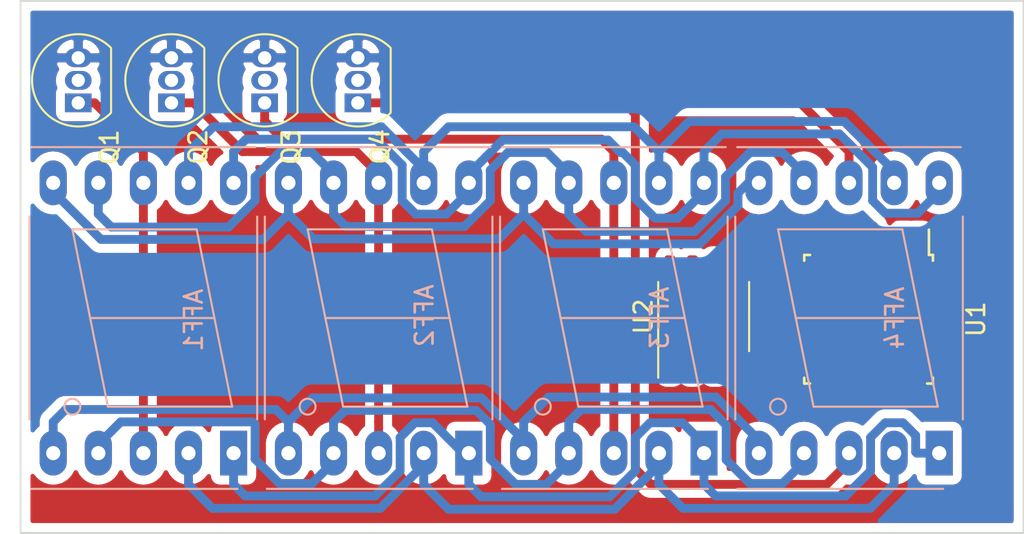
<source format=kicad_pcb>
(kicad_pcb (version 20171130) (host pcbnew 5.1.7-a382d34a8~87~ubuntu16.04.1)

  (general
    (thickness 1.6)
    (drawings 1)
    (tracks 214)
    (zones 0)
    (modules 10)
    (nets 52)
  )

  (page A4)
  (layers
    (0 F.Cu signal)
    (31 B.Cu signal)
    (32 B.Adhes user hide)
    (33 F.Adhes user hide)
    (34 B.Paste user hide)
    (35 F.Paste user hide)
    (36 B.SilkS user hide)
    (37 F.SilkS user)
    (38 B.Mask user)
    (39 F.Mask user hide)
    (40 Dwgs.User user hide)
    (41 Cmts.User user hide)
    (42 Eco1.User user hide)
    (43 Eco2.User user hide)
    (44 Edge.Cuts user)
    (45 Margin user)
    (46 B.CrtYd user)
    (47 F.CrtYd user)
    (48 B.Fab user hide)
    (49 F.Fab user hide)
  )

  (setup
    (last_trace_width 0.25)
    (user_trace_width 0.5)
    (trace_clearance 0.2)
    (zone_clearance 0.508)
    (zone_45_only no)
    (trace_min 0.2)
    (via_size 0.8)
    (via_drill 0.4)
    (via_min_size 0.4)
    (via_min_drill 0.3)
    (uvia_size 0.3)
    (uvia_drill 0.1)
    (uvias_allowed no)
    (uvia_min_size 0.2)
    (uvia_min_drill 0.1)
    (edge_width 0.05)
    (segment_width 0.2)
    (pcb_text_width 0.3)
    (pcb_text_size 1.5 1.5)
    (mod_edge_width 0.12)
    (mod_text_size 1 1)
    (mod_text_width 0.15)
    (pad_size 1.524 1.524)
    (pad_drill 0.762)
    (pad_to_mask_clearance 0.051)
    (solder_mask_min_width 0.25)
    (aux_axis_origin 0 0)
    (visible_elements FFFFFF7F)
    (pcbplotparams
      (layerselection 0x010fc_ffffffff)
      (usegerberextensions false)
      (usegerberattributes false)
      (usegerberadvancedattributes false)
      (creategerberjobfile false)
      (excludeedgelayer true)
      (linewidth 0.100000)
      (plotframeref false)
      (viasonmask false)
      (mode 1)
      (useauxorigin false)
      (hpglpennumber 1)
      (hpglpenspeed 20)
      (hpglpendiameter 15.000000)
      (psnegative false)
      (psa4output false)
      (plotreference true)
      (plotvalue true)
      (plotinvisibletext false)
      (padsonsilk false)
      (subtractmaskfromsilk false)
      (outputformat 1)
      (mirror false)
      (drillshape 1)
      (scaleselection 1)
      (outputdirectory ""))
  )

  (net 0 "")
  (net 1 GND)
  (net 2 SEG_A)
  (net 3 SEG_B)
  (net 4 SEG_C)
  (net 5 SEG_DP)
  (net 6 SEG_D)
  (net 7 SEG_E)
  (net 8 SEG_G)
  (net 9 SEG_F)
  (net 10 "Net-(AFF1-Pad3)")
  (net 11 "Net-(AFF2-Pad3)")
  (net 12 "Net-(AFF3-Pad3)")
  (net 13 "Net-(AFF4-Pad3)")
  (net 14 +5V)
  (net 15 DIGIT_1)
  (net 16 DIGIT_2)
  (net 17 DIGIT_3)
  (net 18 DIGIT_4)
  (net 19 "Net-(U1-Pad32)")
  (net 20 "Net-(U1-Pad31)")
  (net 21 "Net-(U1-Pad30)")
  (net 22 "Net-(U1-Pad29)")
  (net 23 "Net-(U1-Pad28)")
  (net 24 "Net-(U1-Pad27)")
  (net 25 "Net-(U1-Pad26)")
  (net 26 "Net-(U1-Pad25)")
  (net 27 "Net-(U1-Pad24)")
  (net 28 "Net-(U1-Pad23)")
  (net 29 "Net-(U1-Pad22)")
  (net 30 "Net-(U1-Pad20)")
  (net 31 "Net-(U1-Pad19)")
  (net 32 "Net-(U1-Pad17)")
  (net 33 "Net-(U1-Pad16)")
  (net 34 "Net-(U1-Pad15)")
  (net 35 "Net-(U1-Pad14)")
  (net 36 "Net-(U1-Pad13)")
  (net 37 "Net-(U1-Pad12)")
  (net 38 "Net-(U1-Pad11)")
  (net 39 "Net-(U1-Pad10)")
  (net 40 "Net-(U1-Pad9)")
  (net 41 "Net-(U1-Pad8)")
  (net 42 "Net-(U1-Pad7)")
  (net 43 "Net-(U1-Pad2)")
  (net 44 "Net-(U1-Pad1)")
  (net 45 "Net-(U2-Pad8)")
  (net 46 "Net-(U2-Pad7)")
  (net 47 "Net-(U2-Pad6)")
  (net 48 "Net-(U2-Pad5)")
  (net 49 "Net-(BT1-Pad1)")
  (net 50 "Net-(U2-Pad2)")
  (net 51 "Net-(U2-Pad1)")

  (net_class Default "This is the default net class."
    (clearance 0.2)
    (trace_width 0.25)
    (via_dia 0.8)
    (via_drill 0.4)
    (uvia_dia 0.3)
    (uvia_drill 0.1)
    (add_net +5V)
    (add_net DIGIT_1)
    (add_net DIGIT_2)
    (add_net DIGIT_3)
    (add_net DIGIT_4)
    (add_net GND)
    (add_net "Net-(AFF1-Pad3)")
    (add_net "Net-(AFF2-Pad3)")
    (add_net "Net-(AFF3-Pad3)")
    (add_net "Net-(AFF4-Pad3)")
    (add_net "Net-(BT1-Pad1)")
    (add_net "Net-(U1-Pad1)")
    (add_net "Net-(U1-Pad10)")
    (add_net "Net-(U1-Pad11)")
    (add_net "Net-(U1-Pad12)")
    (add_net "Net-(U1-Pad13)")
    (add_net "Net-(U1-Pad14)")
    (add_net "Net-(U1-Pad15)")
    (add_net "Net-(U1-Pad16)")
    (add_net "Net-(U1-Pad17)")
    (add_net "Net-(U1-Pad19)")
    (add_net "Net-(U1-Pad2)")
    (add_net "Net-(U1-Pad20)")
    (add_net "Net-(U1-Pad22)")
    (add_net "Net-(U1-Pad23)")
    (add_net "Net-(U1-Pad24)")
    (add_net "Net-(U1-Pad25)")
    (add_net "Net-(U1-Pad26)")
    (add_net "Net-(U1-Pad27)")
    (add_net "Net-(U1-Pad28)")
    (add_net "Net-(U1-Pad29)")
    (add_net "Net-(U1-Pad30)")
    (add_net "Net-(U1-Pad31)")
    (add_net "Net-(U1-Pad32)")
    (add_net "Net-(U1-Pad7)")
    (add_net "Net-(U1-Pad8)")
    (add_net "Net-(U1-Pad9)")
    (add_net "Net-(U2-Pad1)")
    (add_net "Net-(U2-Pad2)")
    (add_net "Net-(U2-Pad5)")
    (add_net "Net-(U2-Pad6)")
    (add_net "Net-(U2-Pad7)")
    (add_net "Net-(U2-Pad8)")
    (add_net SEG_A)
    (add_net SEG_B)
    (add_net SEG_C)
    (add_net SEG_D)
    (add_net SEG_DP)
    (add_net SEG_E)
    (add_net SEG_F)
    (add_net SEG_G)
  )

  (module Package_SO:SOIC-8_3.9x4.9mm_P1.27mm (layer F.Cu) (tedit 5D9F72B1) (tstamp 5E8E09AA)
    (at 157.48 50.8 90)
    (descr "SOIC, 8 Pin (JEDEC MS-012AA, https://www.analog.com/media/en/package-pcb-resources/package/pkg_pdf/soic_narrow-r/r_8.pdf), generated with kicad-footprint-generator ipc_gullwing_generator.py")
    (tags "SOIC SO")
    (path /5E8ECD90)
    (attr smd)
    (fp_text reference U2 (at 0 -3.4 90) (layer F.SilkS)
      (effects (font (size 1 1) (thickness 0.15)))
    )
    (fp_text value DS1307Z+ (at 0 3.4 90) (layer F.Fab)
      (effects (font (size 1 1) (thickness 0.15)))
    )
    (fp_line (start 3.7 -2.7) (end -3.7 -2.7) (layer F.CrtYd) (width 0.05))
    (fp_line (start 3.7 2.7) (end 3.7 -2.7) (layer F.CrtYd) (width 0.05))
    (fp_line (start -3.7 2.7) (end 3.7 2.7) (layer F.CrtYd) (width 0.05))
    (fp_line (start -3.7 -2.7) (end -3.7 2.7) (layer F.CrtYd) (width 0.05))
    (fp_line (start -1.95 -1.475) (end -0.975 -2.45) (layer F.Fab) (width 0.1))
    (fp_line (start -1.95 2.45) (end -1.95 -1.475) (layer F.Fab) (width 0.1))
    (fp_line (start 1.95 2.45) (end -1.95 2.45) (layer F.Fab) (width 0.1))
    (fp_line (start 1.95 -2.45) (end 1.95 2.45) (layer F.Fab) (width 0.1))
    (fp_line (start -0.975 -2.45) (end 1.95 -2.45) (layer F.Fab) (width 0.1))
    (fp_line (start 0 -2.56) (end -3.45 -2.56) (layer F.SilkS) (width 0.12))
    (fp_line (start 0 -2.56) (end 1.95 -2.56) (layer F.SilkS) (width 0.12))
    (fp_line (start 0 2.56) (end -1.95 2.56) (layer F.SilkS) (width 0.12))
    (fp_line (start 0 2.56) (end 1.95 2.56) (layer F.SilkS) (width 0.12))
    (fp_text user %R (at 0 0 90) (layer F.Fab)
      (effects (font (size 0.98 0.98) (thickness 0.15)))
    )
    (pad 8 smd roundrect (at 2.475 -1.905 90) (size 1.95 0.6) (layers F.Cu F.Paste F.Mask) (roundrect_rratio 0.25)
      (net 45 "Net-(U2-Pad8)"))
    (pad 7 smd roundrect (at 2.475 -0.635 90) (size 1.95 0.6) (layers F.Cu F.Paste F.Mask) (roundrect_rratio 0.25)
      (net 46 "Net-(U2-Pad7)"))
    (pad 6 smd roundrect (at 2.475 0.635 90) (size 1.95 0.6) (layers F.Cu F.Paste F.Mask) (roundrect_rratio 0.25)
      (net 47 "Net-(U2-Pad6)"))
    (pad 5 smd roundrect (at 2.475 1.905 90) (size 1.95 0.6) (layers F.Cu F.Paste F.Mask) (roundrect_rratio 0.25)
      (net 48 "Net-(U2-Pad5)"))
    (pad 4 smd roundrect (at -2.475 1.905 90) (size 1.95 0.6) (layers F.Cu F.Paste F.Mask) (roundrect_rratio 0.25)
      (net 1 GND))
    (pad 3 smd roundrect (at -2.475 0.635 90) (size 1.95 0.6) (layers F.Cu F.Paste F.Mask) (roundrect_rratio 0.25)
      (net 49 "Net-(BT1-Pad1)"))
    (pad 2 smd roundrect (at -2.475 -0.635 90) (size 1.95 0.6) (layers F.Cu F.Paste F.Mask) (roundrect_rratio 0.25)
      (net 50 "Net-(U2-Pad2)"))
    (pad 1 smd roundrect (at -2.475 -1.905 90) (size 1.95 0.6) (layers F.Cu F.Paste F.Mask) (roundrect_rratio 0.25)
      (net 51 "Net-(U2-Pad1)"))
    (model ${KISYS3DMOD}/Package_SO.3dshapes/SOIC-8_3.9x4.9mm_P1.27mm.wrl
      (at (xyz 0 0 0))
      (scale (xyz 1 1 1))
      (rotate (xyz 0 0 0))
    )
  )

  (module Package_QFP:TQFP-32_7x7mm_P0.8mm (layer F.Cu) (tedit 5A02F146) (tstamp 5E8DF2DC)
    (at 166.77 50.95 270)
    (descr "32-Lead Plastic Thin Quad Flatpack (PT) - 7x7x1.0 mm Body, 2.00 mm [TQFP] (see Microchip Packaging Specification 00000049BS.pdf)")
    (tags "QFP 0.8")
    (path /5E8E2182)
    (attr smd)
    (fp_text reference U1 (at 0 -6.05 90) (layer F.SilkS)
      (effects (font (size 1 1) (thickness 0.15)))
    )
    (fp_text value ATmega8-16AU (at 0 6.05 90) (layer F.Fab)
      (effects (font (size 1 1) (thickness 0.15)))
    )
    (fp_line (start -3.625 -3.4) (end -5.05 -3.4) (layer F.SilkS) (width 0.15))
    (fp_line (start 3.625 -3.625) (end 3.3 -3.625) (layer F.SilkS) (width 0.15))
    (fp_line (start 3.625 3.625) (end 3.3 3.625) (layer F.SilkS) (width 0.15))
    (fp_line (start -3.625 3.625) (end -3.3 3.625) (layer F.SilkS) (width 0.15))
    (fp_line (start -3.625 -3.625) (end -3.3 -3.625) (layer F.SilkS) (width 0.15))
    (fp_line (start -3.625 3.625) (end -3.625 3.3) (layer F.SilkS) (width 0.15))
    (fp_line (start 3.625 3.625) (end 3.625 3.3) (layer F.SilkS) (width 0.15))
    (fp_line (start 3.625 -3.625) (end 3.625 -3.3) (layer F.SilkS) (width 0.15))
    (fp_line (start -3.625 -3.625) (end -3.625 -3.4) (layer F.SilkS) (width 0.15))
    (fp_line (start -5.3 5.3) (end 5.3 5.3) (layer F.CrtYd) (width 0.05))
    (fp_line (start -5.3 -5.3) (end 5.3 -5.3) (layer F.CrtYd) (width 0.05))
    (fp_line (start 5.3 -5.3) (end 5.3 5.3) (layer F.CrtYd) (width 0.05))
    (fp_line (start -5.3 -5.3) (end -5.3 5.3) (layer F.CrtYd) (width 0.05))
    (fp_line (start -3.5 -2.5) (end -2.5 -3.5) (layer F.Fab) (width 0.15))
    (fp_line (start -3.5 3.5) (end -3.5 -2.5) (layer F.Fab) (width 0.15))
    (fp_line (start 3.5 3.5) (end -3.5 3.5) (layer F.Fab) (width 0.15))
    (fp_line (start 3.5 -3.5) (end 3.5 3.5) (layer F.Fab) (width 0.15))
    (fp_line (start -2.5 -3.5) (end 3.5 -3.5) (layer F.Fab) (width 0.15))
    (fp_text user %R (at 0 0 90) (layer F.Fab)
      (effects (font (size 1 1) (thickness 0.15)))
    )
    (pad 32 smd rect (at -2.8 -4.25) (size 1.6 0.55) (layers F.Cu F.Paste F.Mask)
      (net 19 "Net-(U1-Pad32)"))
    (pad 31 smd rect (at -2 -4.25) (size 1.6 0.55) (layers F.Cu F.Paste F.Mask)
      (net 20 "Net-(U1-Pad31)"))
    (pad 30 smd rect (at -1.2 -4.25) (size 1.6 0.55) (layers F.Cu F.Paste F.Mask)
      (net 21 "Net-(U1-Pad30)"))
    (pad 29 smd rect (at -0.4 -4.25) (size 1.6 0.55) (layers F.Cu F.Paste F.Mask)
      (net 22 "Net-(U1-Pad29)"))
    (pad 28 smd rect (at 0.4 -4.25) (size 1.6 0.55) (layers F.Cu F.Paste F.Mask)
      (net 23 "Net-(U1-Pad28)"))
    (pad 27 smd rect (at 1.2 -4.25) (size 1.6 0.55) (layers F.Cu F.Paste F.Mask)
      (net 24 "Net-(U1-Pad27)"))
    (pad 26 smd rect (at 2 -4.25) (size 1.6 0.55) (layers F.Cu F.Paste F.Mask)
      (net 25 "Net-(U1-Pad26)"))
    (pad 25 smd rect (at 2.8 -4.25) (size 1.6 0.55) (layers F.Cu F.Paste F.Mask)
      (net 26 "Net-(U1-Pad25)"))
    (pad 24 smd rect (at 4.25 -2.8 270) (size 1.6 0.55) (layers F.Cu F.Paste F.Mask)
      (net 27 "Net-(U1-Pad24)"))
    (pad 23 smd rect (at 4.25 -2 270) (size 1.6 0.55) (layers F.Cu F.Paste F.Mask)
      (net 28 "Net-(U1-Pad23)"))
    (pad 22 smd rect (at 4.25 -1.2 270) (size 1.6 0.55) (layers F.Cu F.Paste F.Mask)
      (net 29 "Net-(U1-Pad22)"))
    (pad 21 smd rect (at 4.25 -0.4 270) (size 1.6 0.55) (layers F.Cu F.Paste F.Mask)
      (net 1 GND))
    (pad 20 smd rect (at 4.25 0.4 270) (size 1.6 0.55) (layers F.Cu F.Paste F.Mask)
      (net 30 "Net-(U1-Pad20)"))
    (pad 19 smd rect (at 4.25 1.2 270) (size 1.6 0.55) (layers F.Cu F.Paste F.Mask)
      (net 31 "Net-(U1-Pad19)"))
    (pad 18 smd rect (at 4.25 2 270) (size 1.6 0.55) (layers F.Cu F.Paste F.Mask)
      (net 14 +5V))
    (pad 17 smd rect (at 4.25 2.8 270) (size 1.6 0.55) (layers F.Cu F.Paste F.Mask)
      (net 32 "Net-(U1-Pad17)"))
    (pad 16 smd rect (at 2.8 4.25) (size 1.6 0.55) (layers F.Cu F.Paste F.Mask)
      (net 33 "Net-(U1-Pad16)"))
    (pad 15 smd rect (at 2 4.25) (size 1.6 0.55) (layers F.Cu F.Paste F.Mask)
      (net 34 "Net-(U1-Pad15)"))
    (pad 14 smd rect (at 1.2 4.25) (size 1.6 0.55) (layers F.Cu F.Paste F.Mask)
      (net 35 "Net-(U1-Pad14)"))
    (pad 13 smd rect (at 0.4 4.25) (size 1.6 0.55) (layers F.Cu F.Paste F.Mask)
      (net 36 "Net-(U1-Pad13)"))
    (pad 12 smd rect (at -0.4 4.25) (size 1.6 0.55) (layers F.Cu F.Paste F.Mask)
      (net 37 "Net-(U1-Pad12)"))
    (pad 11 smd rect (at -1.2 4.25) (size 1.6 0.55) (layers F.Cu F.Paste F.Mask)
      (net 38 "Net-(U1-Pad11)"))
    (pad 10 smd rect (at -2 4.25) (size 1.6 0.55) (layers F.Cu F.Paste F.Mask)
      (net 39 "Net-(U1-Pad10)"))
    (pad 9 smd rect (at -2.8 4.25) (size 1.6 0.55) (layers F.Cu F.Paste F.Mask)
      (net 40 "Net-(U1-Pad9)"))
    (pad 8 smd rect (at -4.25 2.8 270) (size 1.6 0.55) (layers F.Cu F.Paste F.Mask)
      (net 41 "Net-(U1-Pad8)"))
    (pad 7 smd rect (at -4.25 2 270) (size 1.6 0.55) (layers F.Cu F.Paste F.Mask)
      (net 42 "Net-(U1-Pad7)"))
    (pad 6 smd rect (at -4.25 1.2 270) (size 1.6 0.55) (layers F.Cu F.Paste F.Mask)
      (net 14 +5V))
    (pad 5 smd rect (at -4.25 0.4 270) (size 1.6 0.55) (layers F.Cu F.Paste F.Mask)
      (net 1 GND))
    (pad 4 smd rect (at -4.25 -0.4 270) (size 1.6 0.55) (layers F.Cu F.Paste F.Mask)
      (net 14 +5V))
    (pad 3 smd rect (at -4.25 -1.2 270) (size 1.6 0.55) (layers F.Cu F.Paste F.Mask)
      (net 1 GND))
    (pad 2 smd rect (at -4.25 -2 270) (size 1.6 0.55) (layers F.Cu F.Paste F.Mask)
      (net 43 "Net-(U1-Pad2)"))
    (pad 1 smd rect (at -4.25 -2.8 270) (size 1.6 0.55) (layers F.Cu F.Paste F.Mask)
      (net 44 "Net-(U1-Pad1)"))
    (model ${KISYS3DMOD}/Package_QFP.3dshapes/TQFP-32_7x7mm_P0.8mm.wrl
      (at (xyz 0 0 0))
      (scale (xyz 1 1 1))
      (rotate (xyz 0 0 0))
    )
  )

  (module Display_7Segment:7SegmentLED_LTS6760_LTS6780 (layer B.Cu) (tedit 5D86971C) (tstamp 5E8D7E4F)
    (at 144.25 58.5 90)
    (descr "7-Segment Display, LTS67x0, http://optoelectronics.liteon.com/upload/download/DS30-2001-355/S6760jd.pdf")
    (tags "7Segment LED LTS6760 LTS6780")
    (path /5E9330F4)
    (fp_text reference AFF2 (at 7.75 -2.5 90) (layer B.SilkS)
      (effects (font (size 1 1) (thickness 0.15)) (justify mirror))
    )
    (fp_text value LTS-6960HR (at 7.62 -12.58 90) (layer B.Fab)
      (effects (font (size 1 1) (thickness 0.15)) (justify mirror))
    )
    (fp_line (start 1.905 1.33) (end 13.335 1.33) (layer B.SilkS) (width 0.12))
    (fp_line (start 1.905 -11.49) (end 13.335 -11.49) (layer B.SilkS) (width 0.12))
    (fp_line (start -2.015 0.22) (end -2.015 -11.38) (layer B.SilkS) (width 0.12))
    (fp_line (start 17.255 -11.38) (end 17.255 1.22) (layer B.SilkS) (width 0.12))
    (fp_line (start -2.16 1.47) (end -2.16 -11.63) (layer B.CrtYd) (width 0.05))
    (fp_line (start 17.4 1.47) (end 17.4 -11.63) (layer B.CrtYd) (width 0.05))
    (fp_line (start -2.16 1.47) (end 17.4 1.47) (layer B.CrtYd) (width 0.05))
    (fp_line (start -2.16 -11.63) (end 17.4 -11.63) (layer B.CrtYd) (width 0.05))
    (fp_line (start -0.905 1.22) (end -1.905 0.22) (layer B.Fab) (width 0.1))
    (fp_line (start 17.145 -11.38) (end 17.145 1.22) (layer B.Fab) (width 0.1))
    (fp_line (start -1.905 0.22) (end -1.905 -11.38) (layer B.Fab) (width 0.1))
    (fp_line (start -1.905 -11.38) (end 17.145 -11.38) (layer B.Fab) (width 0.1))
    (fp_line (start 12.62 -2.08) (end 7.62 -1.08) (layer B.SilkS) (width 0.12))
    (fp_line (start 7.62 -1.08) (end 2.62 -0.08) (layer B.SilkS) (width 0.12))
    (fp_line (start 2.62 -0.08) (end 2.62 -7.08) (layer B.SilkS) (width 0.12))
    (fp_line (start 2.62 -7.08) (end 7.62 -8.08) (layer B.SilkS) (width 0.12))
    (fp_line (start 12.62 -9.08) (end 7.62 -8.08) (layer B.SilkS) (width 0.12))
    (fp_line (start 7.62 -8.08) (end 7.62 -1.08) (layer B.SilkS) (width 0.12))
    (fp_line (start 12.62 -2.08) (end 12.62 -9.08) (layer B.SilkS) (width 0.12))
    (fp_circle (center 2.62 -9.08) (end 3.067214 -9.08) (layer B.SilkS) (width 0.12))
    (fp_line (start -0.905 1.22) (end 17.145 1.22) (layer B.Fab) (width 0.1))
    (fp_text user %R (at 7.87 -5.08 90) (layer B.Fab)
      (effects (font (size 1 1) (thickness 0.15)) (justify mirror))
    )
    (pad 1 thru_hole rect (at 0 0 180) (size 1.524 2.524) (drill 0.8) (layers *.Cu *.Mask)
      (net 7 SEG_E))
    (pad 2 thru_hole oval (at 0 -2.54 180) (size 1.524 2.524) (drill 0.8) (layers *.Cu *.Mask)
      (net 6 SEG_D))
    (pad 3 thru_hole oval (at 0 -5.08 180) (size 1.524 2.524) (drill 0.8) (layers *.Cu *.Mask)
      (net 11 "Net-(AFF2-Pad3)"))
    (pad 4 thru_hole oval (at 0 -7.62 180) (size 1.524 2.524) (drill 0.8) (layers *.Cu *.Mask)
      (net 4 SEG_C))
    (pad 5 thru_hole oval (at 0 -10.16 180) (size 1.524 2.524) (drill 0.8) (layers *.Cu *.Mask)
      (net 5 SEG_DP))
    (pad 6 thru_hole oval (at 15.24 -10.16 180) (size 1.524 2.524) (drill 0.8) (layers *.Cu *.Mask)
      (net 3 SEG_B))
    (pad 7 thru_hole oval (at 15.24 -7.62 180) (size 1.524 2.524) (drill 0.8) (layers *.Cu *.Mask)
      (net 2 SEG_A))
    (pad 8 thru_hole oval (at 15.24 -5.08 180) (size 1.524 2.524) (drill 0.8) (layers *.Cu *.Mask)
      (net 11 "Net-(AFF2-Pad3)"))
    (pad 9 thru_hole oval (at 15.24 -2.54 180) (size 1.524 2.524) (drill 0.8) (layers *.Cu *.Mask)
      (net 9 SEG_F))
    (pad 10 thru_hole oval (at 15.24 0 180) (size 1.524 2.524) (drill 0.8) (layers *.Cu *.Mask)
      (net 8 SEG_G))
    (model ${KISYS3DMOD}/Display_7Segment.3dshapes/7SegmentLED_LTS6760_LTS6780.wrl
      (at (xyz 0 0 0))
      (scale (xyz 1 1 1))
      (rotate (xyz 0 0 0))
    )
  )

  (module Display_7Segment:7SegmentLED_LTS6760_LTS6780 (layer B.Cu) (tedit 5D86971C) (tstamp 5E8D7E73)
    (at 157.5 58.5 90)
    (descr "7-Segment Display, LTS67x0, http://optoelectronics.liteon.com/upload/download/DS30-2001-355/S6760jd.pdf")
    (tags "7Segment LED LTS6760 LTS6780")
    (path /5E935941)
    (fp_text reference AFF3 (at 7.62 -2.5 90) (layer B.SilkS)
      (effects (font (size 1 1) (thickness 0.15)) (justify mirror))
    )
    (fp_text value LTS-6960HR (at 7.62 -12.58 90) (layer B.Fab)
      (effects (font (size 1 1) (thickness 0.15)) (justify mirror))
    )
    (fp_line (start 1.905 1.33) (end 13.335 1.33) (layer B.SilkS) (width 0.12))
    (fp_line (start 1.905 -11.49) (end 13.335 -11.49) (layer B.SilkS) (width 0.12))
    (fp_line (start -2.015 0.22) (end -2.015 -11.38) (layer B.SilkS) (width 0.12))
    (fp_line (start 17.255 -11.38) (end 17.255 1.22) (layer B.SilkS) (width 0.12))
    (fp_line (start -2.16 1.47) (end -2.16 -11.63) (layer B.CrtYd) (width 0.05))
    (fp_line (start 17.4 1.47) (end 17.4 -11.63) (layer B.CrtYd) (width 0.05))
    (fp_line (start -2.16 1.47) (end 17.4 1.47) (layer B.CrtYd) (width 0.05))
    (fp_line (start -2.16 -11.63) (end 17.4 -11.63) (layer B.CrtYd) (width 0.05))
    (fp_line (start -0.905 1.22) (end -1.905 0.22) (layer B.Fab) (width 0.1))
    (fp_line (start 17.145 -11.38) (end 17.145 1.22) (layer B.Fab) (width 0.1))
    (fp_line (start -1.905 0.22) (end -1.905 -11.38) (layer B.Fab) (width 0.1))
    (fp_line (start -1.905 -11.38) (end 17.145 -11.38) (layer B.Fab) (width 0.1))
    (fp_line (start 12.62 -2.08) (end 7.62 -1.08) (layer B.SilkS) (width 0.12))
    (fp_line (start 7.62 -1.08) (end 2.62 -0.08) (layer B.SilkS) (width 0.12))
    (fp_line (start 2.62 -0.08) (end 2.62 -7.08) (layer B.SilkS) (width 0.12))
    (fp_line (start 2.62 -7.08) (end 7.62 -8.08) (layer B.SilkS) (width 0.12))
    (fp_line (start 12.62 -9.08) (end 7.62 -8.08) (layer B.SilkS) (width 0.12))
    (fp_line (start 7.62 -8.08) (end 7.62 -1.08) (layer B.SilkS) (width 0.12))
    (fp_line (start 12.62 -2.08) (end 12.62 -9.08) (layer B.SilkS) (width 0.12))
    (fp_circle (center 2.62 -9.08) (end 3.067214 -9.08) (layer B.SilkS) (width 0.12))
    (fp_line (start -0.905 1.22) (end 17.145 1.22) (layer B.Fab) (width 0.1))
    (fp_text user %R (at 7.87 -5.08 90) (layer B.Fab)
      (effects (font (size 1 1) (thickness 0.15)) (justify mirror))
    )
    (pad 1 thru_hole rect (at 0 0 180) (size 1.524 2.524) (drill 0.8) (layers *.Cu *.Mask)
      (net 7 SEG_E))
    (pad 2 thru_hole oval (at 0 -2.54 180) (size 1.524 2.524) (drill 0.8) (layers *.Cu *.Mask)
      (net 6 SEG_D))
    (pad 3 thru_hole oval (at 0 -5.08 180) (size 1.524 2.524) (drill 0.8) (layers *.Cu *.Mask)
      (net 12 "Net-(AFF3-Pad3)"))
    (pad 4 thru_hole oval (at 0 -7.62 180) (size 1.524 2.524) (drill 0.8) (layers *.Cu *.Mask)
      (net 4 SEG_C))
    (pad 5 thru_hole oval (at 0 -10.16 180) (size 1.524 2.524) (drill 0.8) (layers *.Cu *.Mask)
      (net 5 SEG_DP))
    (pad 6 thru_hole oval (at 15.24 -10.16 180) (size 1.524 2.524) (drill 0.8) (layers *.Cu *.Mask)
      (net 3 SEG_B))
    (pad 7 thru_hole oval (at 15.24 -7.62 180) (size 1.524 2.524) (drill 0.8) (layers *.Cu *.Mask)
      (net 2 SEG_A))
    (pad 8 thru_hole oval (at 15.24 -5.08 180) (size 1.524 2.524) (drill 0.8) (layers *.Cu *.Mask)
      (net 12 "Net-(AFF3-Pad3)"))
    (pad 9 thru_hole oval (at 15.24 -2.54 180) (size 1.524 2.524) (drill 0.8) (layers *.Cu *.Mask)
      (net 9 SEG_F))
    (pad 10 thru_hole oval (at 15.24 0 180) (size 1.524 2.524) (drill 0.8) (layers *.Cu *.Mask)
      (net 8 SEG_G))
    (model ${KISYS3DMOD}/Display_7Segment.3dshapes/7SegmentLED_LTS6760_LTS6780.wrl
      (at (xyz 0 0 0))
      (scale (xyz 1 1 1))
      (rotate (xyz 0 0 0))
    )
  )

  (module Display_7Segment:7SegmentLED_LTS6760_LTS6780 (layer B.Cu) (tedit 5D86971C) (tstamp 5E8D7E97)
    (at 170.75 58.5 90)
    (descr "7-Segment Display, LTS67x0, http://optoelectronics.liteon.com/upload/download/DS30-2001-355/S6760jd.pdf")
    (tags "7Segment LED LTS6760 LTS6780")
    (path /5E936081)
    (fp_text reference AFF4 (at 7.62 -2.5 90) (layer B.SilkS)
      (effects (font (size 1 1) (thickness 0.15)) (justify mirror))
    )
    (fp_text value LTS-6960HR (at 7.62 -12.58 90) (layer B.Fab)
      (effects (font (size 1 1) (thickness 0.15)) (justify mirror))
    )
    (fp_line (start 1.905 1.33) (end 13.335 1.33) (layer B.SilkS) (width 0.12))
    (fp_line (start 1.905 -11.49) (end 13.335 -11.49) (layer B.SilkS) (width 0.12))
    (fp_line (start -2.015 0.22) (end -2.015 -11.38) (layer B.SilkS) (width 0.12))
    (fp_line (start 17.255 -11.38) (end 17.255 1.22) (layer B.SilkS) (width 0.12))
    (fp_line (start -2.16 1.47) (end -2.16 -11.63) (layer B.CrtYd) (width 0.05))
    (fp_line (start 17.4 1.47) (end 17.4 -11.63) (layer B.CrtYd) (width 0.05))
    (fp_line (start -2.16 1.47) (end 17.4 1.47) (layer B.CrtYd) (width 0.05))
    (fp_line (start -2.16 -11.63) (end 17.4 -11.63) (layer B.CrtYd) (width 0.05))
    (fp_line (start -0.905 1.22) (end -1.905 0.22) (layer B.Fab) (width 0.1))
    (fp_line (start 17.145 -11.38) (end 17.145 1.22) (layer B.Fab) (width 0.1))
    (fp_line (start -1.905 0.22) (end -1.905 -11.38) (layer B.Fab) (width 0.1))
    (fp_line (start -1.905 -11.38) (end 17.145 -11.38) (layer B.Fab) (width 0.1))
    (fp_line (start 12.62 -2.08) (end 7.62 -1.08) (layer B.SilkS) (width 0.12))
    (fp_line (start 7.62 -1.08) (end 2.62 -0.08) (layer B.SilkS) (width 0.12))
    (fp_line (start 2.62 -0.08) (end 2.62 -7.08) (layer B.SilkS) (width 0.12))
    (fp_line (start 2.62 -7.08) (end 7.62 -8.08) (layer B.SilkS) (width 0.12))
    (fp_line (start 12.62 -9.08) (end 7.62 -8.08) (layer B.SilkS) (width 0.12))
    (fp_line (start 7.62 -8.08) (end 7.62 -1.08) (layer B.SilkS) (width 0.12))
    (fp_line (start 12.62 -2.08) (end 12.62 -9.08) (layer B.SilkS) (width 0.12))
    (fp_circle (center 2.62 -9.08) (end 3.067214 -9.08) (layer B.SilkS) (width 0.12))
    (fp_line (start -0.905 1.22) (end 17.145 1.22) (layer B.Fab) (width 0.1))
    (fp_text user %R (at 7.87 -5.08 90) (layer B.Fab)
      (effects (font (size 1 1) (thickness 0.15)) (justify mirror))
    )
    (pad 1 thru_hole rect (at 0 0 180) (size 1.524 2.524) (drill 0.8) (layers *.Cu *.Mask)
      (net 7 SEG_E))
    (pad 2 thru_hole oval (at 0 -2.54 180) (size 1.524 2.524) (drill 0.8) (layers *.Cu *.Mask)
      (net 6 SEG_D))
    (pad 3 thru_hole oval (at 0 -5.08 180) (size 1.524 2.524) (drill 0.8) (layers *.Cu *.Mask)
      (net 13 "Net-(AFF4-Pad3)"))
    (pad 4 thru_hole oval (at 0 -7.62 180) (size 1.524 2.524) (drill 0.8) (layers *.Cu *.Mask)
      (net 4 SEG_C))
    (pad 5 thru_hole oval (at 0 -10.16 180) (size 1.524 2.524) (drill 0.8) (layers *.Cu *.Mask)
      (net 5 SEG_DP))
    (pad 6 thru_hole oval (at 15.24 -10.16 180) (size 1.524 2.524) (drill 0.8) (layers *.Cu *.Mask)
      (net 3 SEG_B))
    (pad 7 thru_hole oval (at 15.24 -7.62 180) (size 1.524 2.524) (drill 0.8) (layers *.Cu *.Mask)
      (net 2 SEG_A))
    (pad 8 thru_hole oval (at 15.24 -5.08 180) (size 1.524 2.524) (drill 0.8) (layers *.Cu *.Mask)
      (net 13 "Net-(AFF4-Pad3)"))
    (pad 9 thru_hole oval (at 15.24 -2.54 180) (size 1.524 2.524) (drill 0.8) (layers *.Cu *.Mask)
      (net 9 SEG_F))
    (pad 10 thru_hole oval (at 15.24 0 180) (size 1.524 2.524) (drill 0.8) (layers *.Cu *.Mask)
      (net 8 SEG_G))
    (model ${KISYS3DMOD}/Display_7Segment.3dshapes/7SegmentLED_LTS6760_LTS6780.wrl
      (at (xyz 0 0 0))
      (scale (xyz 1 1 1))
      (rotate (xyz 0 0 0))
    )
  )

  (module Display_7Segment:7SegmentLED_LTS6760_LTS6780 (layer B.Cu) (tedit 5D86971C) (tstamp 5E8D7E2B)
    (at 131 58.5 90)
    (descr "7-Segment Display, LTS67x0, http://optoelectronics.liteon.com/upload/download/DS30-2001-355/S6760jd.pdf")
    (tags "7Segment LED LTS6760 LTS6780")
    (path /5E9246C1)
    (fp_text reference AFF1 (at 7.5 -2.25 90) (layer B.SilkS)
      (effects (font (size 1 1) (thickness 0.15)) (justify mirror))
    )
    (fp_text value LTS-6960HR (at 7.62 -12.58 90) (layer B.Fab)
      (effects (font (size 1 1) (thickness 0.15)) (justify mirror))
    )
    (fp_line (start 1.905 1.33) (end 13.335 1.33) (layer B.SilkS) (width 0.12))
    (fp_line (start 1.905 -11.49) (end 13.335 -11.49) (layer B.SilkS) (width 0.12))
    (fp_line (start -2.015 0.22) (end -2.015 -11.38) (layer B.SilkS) (width 0.12))
    (fp_line (start 17.255 -11.38) (end 17.255 1.22) (layer B.SilkS) (width 0.12))
    (fp_line (start -2.16 1.47) (end -2.16 -11.63) (layer B.CrtYd) (width 0.05))
    (fp_line (start 17.4 1.47) (end 17.4 -11.63) (layer B.CrtYd) (width 0.05))
    (fp_line (start -2.16 1.47) (end 17.4 1.47) (layer B.CrtYd) (width 0.05))
    (fp_line (start -2.16 -11.63) (end 17.4 -11.63) (layer B.CrtYd) (width 0.05))
    (fp_line (start -0.905 1.22) (end -1.905 0.22) (layer B.Fab) (width 0.1))
    (fp_line (start 17.145 -11.38) (end 17.145 1.22) (layer B.Fab) (width 0.1))
    (fp_line (start -1.905 0.22) (end -1.905 -11.38) (layer B.Fab) (width 0.1))
    (fp_line (start -1.905 -11.38) (end 17.145 -11.38) (layer B.Fab) (width 0.1))
    (fp_line (start 12.62 -2.08) (end 7.62 -1.08) (layer B.SilkS) (width 0.12))
    (fp_line (start 7.62 -1.08) (end 2.62 -0.08) (layer B.SilkS) (width 0.12))
    (fp_line (start 2.62 -0.08) (end 2.62 -7.08) (layer B.SilkS) (width 0.12))
    (fp_line (start 2.62 -7.08) (end 7.62 -8.08) (layer B.SilkS) (width 0.12))
    (fp_line (start 12.62 -9.08) (end 7.62 -8.08) (layer B.SilkS) (width 0.12))
    (fp_line (start 7.62 -8.08) (end 7.62 -1.08) (layer B.SilkS) (width 0.12))
    (fp_line (start 12.62 -2.08) (end 12.62 -9.08) (layer B.SilkS) (width 0.12))
    (fp_circle (center 2.62 -9.08) (end 3.067214 -9.08) (layer B.SilkS) (width 0.12))
    (fp_line (start -0.905 1.22) (end 17.145 1.22) (layer B.Fab) (width 0.1))
    (fp_text user %R (at 7.87 -5.08 90) (layer B.Fab)
      (effects (font (size 1 1) (thickness 0.15)) (justify mirror))
    )
    (pad 1 thru_hole rect (at 0 0 180) (size 1.524 2.524) (drill 0.8) (layers *.Cu *.Mask)
      (net 7 SEG_E))
    (pad 2 thru_hole oval (at 0 -2.54 180) (size 1.524 2.524) (drill 0.8) (layers *.Cu *.Mask)
      (net 6 SEG_D))
    (pad 3 thru_hole oval (at 0 -5.08 180) (size 1.524 2.524) (drill 0.8) (layers *.Cu *.Mask)
      (net 10 "Net-(AFF1-Pad3)"))
    (pad 4 thru_hole oval (at 0 -7.62 180) (size 1.524 2.524) (drill 0.8) (layers *.Cu *.Mask)
      (net 4 SEG_C))
    (pad 5 thru_hole oval (at 0 -10.16 180) (size 1.524 2.524) (drill 0.8) (layers *.Cu *.Mask)
      (net 5 SEG_DP))
    (pad 6 thru_hole oval (at 15.24 -10.16 180) (size 1.524 2.524) (drill 0.8) (layers *.Cu *.Mask)
      (net 3 SEG_B))
    (pad 7 thru_hole oval (at 15.24 -7.62 180) (size 1.524 2.524) (drill 0.8) (layers *.Cu *.Mask)
      (net 2 SEG_A))
    (pad 8 thru_hole oval (at 15.24 -5.08 180) (size 1.524 2.524) (drill 0.8) (layers *.Cu *.Mask)
      (net 10 "Net-(AFF1-Pad3)"))
    (pad 9 thru_hole oval (at 15.24 -2.54 180) (size 1.524 2.524) (drill 0.8) (layers *.Cu *.Mask)
      (net 9 SEG_F))
    (pad 10 thru_hole oval (at 15.24 0 180) (size 1.524 2.524) (drill 0.8) (layers *.Cu *.Mask)
      (net 8 SEG_G))
    (model ${KISYS3DMOD}/Display_7Segment.3dshapes/7SegmentLED_LTS6760_LTS6780.wrl
      (at (xyz 0 0 0))
      (scale (xyz 1 1 1))
      (rotate (xyz 0 0 0))
    )
  )

  (module Package_TO_SOT_THT:TO-92_Inline (layer F.Cu) (tedit 5A1DD157) (tstamp 5E8D72CE)
    (at 138 38.75 90)
    (descr "TO-92 leads in-line, narrow, oval pads, drill 0.75mm (see NXP sot054_po.pdf)")
    (tags "to-92 sc-43 sc-43a sot54 PA33 transistor")
    (path /5E9048E1)
    (fp_text reference Q4 (at -2.48 1.25 90) (layer F.SilkS)
      (effects (font (size 1 1) (thickness 0.15)))
    )
    (fp_text value PN2222A (at 0.77 1.25 90) (layer F.Fab)
      (effects (font (size 1 1) (thickness 0.15)))
    )
    (fp_line (start 4 2.01) (end -1.46 2.01) (layer F.CrtYd) (width 0.05))
    (fp_line (start 4 2.01) (end 4 -2.73) (layer F.CrtYd) (width 0.05))
    (fp_line (start -1.46 -2.73) (end -1.46 2.01) (layer F.CrtYd) (width 0.05))
    (fp_line (start -1.46 -2.73) (end 4 -2.73) (layer F.CrtYd) (width 0.05))
    (fp_line (start -0.5 1.75) (end 3 1.75) (layer F.Fab) (width 0.1))
    (fp_line (start -0.53 1.85) (end 3.07 1.85) (layer F.SilkS) (width 0.12))
    (fp_arc (start 1.27 0) (end 1.27 -2.6) (angle 135) (layer F.SilkS) (width 0.12))
    (fp_arc (start 1.27 0) (end 1.27 -2.48) (angle -135) (layer F.Fab) (width 0.1))
    (fp_arc (start 1.27 0) (end 1.27 -2.6) (angle -135) (layer F.SilkS) (width 0.12))
    (fp_arc (start 1.27 0) (end 1.27 -2.48) (angle 135) (layer F.Fab) (width 0.1))
    (fp_text user %R (at 1.27 -3.56 90) (layer F.Fab)
      (effects (font (size 1 1) (thickness 0.15)))
    )
    (pad 1 thru_hole rect (at 0 0 90) (size 1.05 1.5) (drill 0.75) (layers *.Cu *.Mask)
      (net 13 "Net-(AFF4-Pad3)"))
    (pad 3 thru_hole oval (at 2.54 0 90) (size 1.05 1.5) (drill 0.75) (layers *.Cu *.Mask)
      (net 1 GND))
    (pad 2 thru_hole oval (at 1.27 0 90) (size 1.05 1.5) (drill 0.75) (layers *.Cu *.Mask)
      (net 18 DIGIT_4))
    (model ${KISYS3DMOD}/Package_TO_SOT_THT.3dshapes/TO-92_Inline.wrl
      (at (xyz 0 0 0))
      (scale (xyz 1 1 1))
      (rotate (xyz 0 0 0))
    )
  )

  (module Package_TO_SOT_THT:TO-92_Inline (layer F.Cu) (tedit 5A1DD157) (tstamp 5E8D72BC)
    (at 132.75 38.75 90)
    (descr "TO-92 leads in-line, narrow, oval pads, drill 0.75mm (see NXP sot054_po.pdf)")
    (tags "to-92 sc-43 sc-43a sot54 PA33 transistor")
    (path /5E903E0E)
    (fp_text reference Q3 (at -2.5 1.5 90) (layer F.SilkS)
      (effects (font (size 1 1) (thickness 0.15)))
    )
    (fp_text value PN2222A (at 1 0 90) (layer F.Fab)
      (effects (font (size 1 1) (thickness 0.15)))
    )
    (fp_line (start 4 2.01) (end -1.46 2.01) (layer F.CrtYd) (width 0.05))
    (fp_line (start 4 2.01) (end 4 -2.73) (layer F.CrtYd) (width 0.05))
    (fp_line (start -1.46 -2.73) (end -1.46 2.01) (layer F.CrtYd) (width 0.05))
    (fp_line (start -1.46 -2.73) (end 4 -2.73) (layer F.CrtYd) (width 0.05))
    (fp_line (start -0.5 1.75) (end 3 1.75) (layer F.Fab) (width 0.1))
    (fp_line (start -0.53 1.85) (end 3.07 1.85) (layer F.SilkS) (width 0.12))
    (fp_arc (start 1.27 0) (end 1.27 -2.6) (angle 135) (layer F.SilkS) (width 0.12))
    (fp_arc (start 1.27 0) (end 1.27 -2.48) (angle -135) (layer F.Fab) (width 0.1))
    (fp_arc (start 1.27 0) (end 1.27 -2.6) (angle -135) (layer F.SilkS) (width 0.12))
    (fp_arc (start 1.27 0) (end 1.27 -2.48) (angle 135) (layer F.Fab) (width 0.1))
    (fp_text user %R (at 1.27 -3.56 90) (layer F.Fab)
      (effects (font (size 1 1) (thickness 0.15)))
    )
    (pad 1 thru_hole rect (at 0 0 90) (size 1.05 1.5) (drill 0.75) (layers *.Cu *.Mask)
      (net 12 "Net-(AFF3-Pad3)"))
    (pad 3 thru_hole oval (at 2.54 0 90) (size 1.05 1.5) (drill 0.75) (layers *.Cu *.Mask)
      (net 1 GND))
    (pad 2 thru_hole oval (at 1.27 0 90) (size 1.05 1.5) (drill 0.75) (layers *.Cu *.Mask)
      (net 17 DIGIT_3))
    (model ${KISYS3DMOD}/Package_TO_SOT_THT.3dshapes/TO-92_Inline.wrl
      (at (xyz 0 0 0))
      (scale (xyz 1 1 1))
      (rotate (xyz 0 0 0))
    )
  )

  (module Package_TO_SOT_THT:TO-92_Inline (layer F.Cu) (tedit 5A1DD157) (tstamp 5E8D72AA)
    (at 127.5 38.75 90)
    (descr "TO-92 leads in-line, narrow, oval pads, drill 0.75mm (see NXP sot054_po.pdf)")
    (tags "to-92 sc-43 sc-43a sot54 PA33 transistor")
    (path /5E9027FB)
    (fp_text reference Q2 (at -2.48 1.5 90) (layer F.SilkS)
      (effects (font (size 1 1) (thickness 0.15)))
    )
    (fp_text value PN2222A (at 1.27 2.79 90) (layer F.Fab)
      (effects (font (size 1 1) (thickness 0.15)))
    )
    (fp_line (start 4 2.01) (end -1.46 2.01) (layer F.CrtYd) (width 0.05))
    (fp_line (start 4 2.01) (end 4 -2.73) (layer F.CrtYd) (width 0.05))
    (fp_line (start -1.46 -2.73) (end -1.46 2.01) (layer F.CrtYd) (width 0.05))
    (fp_line (start -1.46 -2.73) (end 4 -2.73) (layer F.CrtYd) (width 0.05))
    (fp_line (start -0.5 1.75) (end 3 1.75) (layer F.Fab) (width 0.1))
    (fp_line (start -0.53 1.85) (end 3.07 1.85) (layer F.SilkS) (width 0.12))
    (fp_arc (start 1.27 0) (end 1.27 -2.6) (angle 135) (layer F.SilkS) (width 0.12))
    (fp_arc (start 1.27 0) (end 1.27 -2.48) (angle -135) (layer F.Fab) (width 0.1))
    (fp_arc (start 1.27 0) (end 1.27 -2.6) (angle -135) (layer F.SilkS) (width 0.12))
    (fp_arc (start 1.27 0) (end 1.27 -2.48) (angle 135) (layer F.Fab) (width 0.1))
    (fp_text user %R (at 1.27 -3.56 90) (layer F.Fab)
      (effects (font (size 1 1) (thickness 0.15)))
    )
    (pad 1 thru_hole rect (at 0 0 90) (size 1.05 1.5) (drill 0.75) (layers *.Cu *.Mask)
      (net 11 "Net-(AFF2-Pad3)"))
    (pad 3 thru_hole oval (at 2.54 0 90) (size 1.05 1.5) (drill 0.75) (layers *.Cu *.Mask)
      (net 1 GND))
    (pad 2 thru_hole oval (at 1.27 0 90) (size 1.05 1.5) (drill 0.75) (layers *.Cu *.Mask)
      (net 16 DIGIT_2))
    (model ${KISYS3DMOD}/Package_TO_SOT_THT.3dshapes/TO-92_Inline.wrl
      (at (xyz 0 0 0))
      (scale (xyz 1 1 1))
      (rotate (xyz 0 0 0))
    )
  )

  (module Package_TO_SOT_THT:TO-92_Inline (layer F.Cu) (tedit 5A1DD157) (tstamp 5E8D7298)
    (at 122.25 38.75 90)
    (descr "TO-92 leads in-line, narrow, oval pads, drill 0.75mm (see NXP sot054_po.pdf)")
    (tags "to-92 sc-43 sc-43a sot54 PA33 transistor")
    (path /5E904FE8)
    (fp_text reference Q1 (at -2.5 1.75 90) (layer F.SilkS)
      (effects (font (size 1 1) (thickness 0.15)))
    )
    (fp_text value PN2222A (at 1.27 2.79 90) (layer F.Fab)
      (effects (font (size 1 1) (thickness 0.15)))
    )
    (fp_line (start 4 2.01) (end -1.46 2.01) (layer F.CrtYd) (width 0.05))
    (fp_line (start 4 2.01) (end 4 -2.73) (layer F.CrtYd) (width 0.05))
    (fp_line (start -1.46 -2.73) (end -1.46 2.01) (layer F.CrtYd) (width 0.05))
    (fp_line (start -1.46 -2.73) (end 4 -2.73) (layer F.CrtYd) (width 0.05))
    (fp_line (start -0.5 1.75) (end 3 1.75) (layer F.Fab) (width 0.1))
    (fp_line (start -0.53 1.85) (end 3.07 1.85) (layer F.SilkS) (width 0.12))
    (fp_arc (start 1.27 0) (end 1.27 -2.6) (angle 135) (layer F.SilkS) (width 0.12))
    (fp_arc (start 1.27 0) (end 1.27 -2.48) (angle -135) (layer F.Fab) (width 0.1))
    (fp_arc (start 1.27 0) (end 1.27 -2.6) (angle -135) (layer F.SilkS) (width 0.12))
    (fp_arc (start 1.27 0) (end 1.27 -2.48) (angle 135) (layer F.Fab) (width 0.1))
    (fp_text user %R (at 1.27 -3.56 90) (layer F.Fab)
      (effects (font (size 1 1) (thickness 0.15)))
    )
    (pad 1 thru_hole rect (at 0 0 90) (size 1.05 1.5) (drill 0.75) (layers *.Cu *.Mask)
      (net 10 "Net-(AFF1-Pad3)"))
    (pad 3 thru_hole oval (at 2.54 0 90) (size 1.05 1.5) (drill 0.75) (layers *.Cu *.Mask)
      (net 1 GND))
    (pad 2 thru_hole oval (at 1.27 0 90) (size 1.05 1.5) (drill 0.75) (layers *.Cu *.Mask)
      (net 15 DIGIT_1))
    (model ${KISYS3DMOD}/Package_TO_SOT_THT.3dshapes/TO-92_Inline.wrl
      (at (xyz 0 0 0))
      (scale (xyz 1 1 1))
      (rotate (xyz 0 0 0))
    )
  )

  (gr_poly (pts (xy 175.5 33) (xy 175.5 63) (xy 119 63) (xy 119 33)) (layer Edge.Cuts) (width 0.1) (tstamp 5E8D8969))

  (segment (start 167.97 47.75) (end 167.97 46.7) (width 0.25) (layer F.Cu) (net 1))
  (segment (start 167.894999 47.825001) (end 167.97 47.75) (width 0.25) (layer F.Cu) (net 1))
  (segment (start 166.37 46.7) (end 166.37 47.75) (width 0.25) (layer F.Cu) (net 1))
  (segment (start 166.445001 47.825001) (end 167.194999 47.825001) (width 0.25) (layer F.Cu) (net 1))
  (segment (start 167.194999 47.825001) (end 167.894999 47.825001) (width 0.25) (layer F.Cu) (net 1))
  (segment (start 167.17 55.2) (end 167.17 53.81) (width 0.25) (layer F.Cu) (net 1))
  (segment (start 167.17 53.81) (end 167.64 53.34) (width 0.25) (layer F.Cu) (net 1))
  (segment (start 158.71201 44.26203) (end 156.97404 46) (width 0.5) (layer B.Cu) (net 2))
  (segment (start 158.71201 42.92395) (end 158.71201 44.26203) (width 0.5) (layer B.Cu) (net 2))
  (segment (start 163.13 43.26) (end 163.13 42.76) (width 0.5) (layer B.Cu) (net 2))
  (segment (start 160.08797 41.54799) (end 158.71201 42.92395) (width 0.5) (layer B.Cu) (net 2))
  (segment (start 161.91799 41.54799) (end 160.08797 41.54799) (width 0.5) (layer B.Cu) (net 2))
  (segment (start 163.13 42.76) (end 161.91799 41.54799) (width 0.5) (layer B.Cu) (net 2))
  (segment (start 149.88 45.022) (end 149.88 43.26) (width 0.5) (layer B.Cu) (net 2))
  (segment (start 150.858 46) (end 149.88 45.022) (width 0.5) (layer B.Cu) (net 2))
  (segment (start 156.97404 46) (end 150.858 46) (width 0.5) (layer B.Cu) (net 2))
  (segment (start 136.63 45.022) (end 136.63 43.26) (width 0.5) (layer B.Cu) (net 2))
  (segment (start 137.33001 45.72201) (end 136.63 45.022) (width 0.5) (layer B.Cu) (net 2))
  (segment (start 144.00203 45.72201) (end 137.33001 45.72201) (width 0.5) (layer B.Cu) (net 2))
  (segment (start 145.46201 44.26203) (end 144.00203 45.72201) (width 0.5) (layer B.Cu) (net 2))
  (segment (start 145.46201 42.53799) (end 145.46201 44.26203) (width 0.5) (layer B.Cu) (net 2))
  (segment (start 146.45201 41.54799) (end 145.46201 42.53799) (width 0.5) (layer B.Cu) (net 2))
  (segment (start 148.66799 41.54799) (end 146.45201 41.54799) (width 0.5) (layer B.Cu) (net 2))
  (segment (start 149.88 42.76) (end 148.66799 41.54799) (width 0.5) (layer B.Cu) (net 2))
  (segment (start 149.88 43.26) (end 149.88 42.76) (width 0.5) (layer B.Cu) (net 2))
  (segment (start 132.21201 44.26203) (end 130.72404 45.75) (width 0.5) (layer B.Cu) (net 2))
  (segment (start 135.41799 41.54799) (end 133.58797 41.54799) (width 0.5) (layer B.Cu) (net 2))
  (segment (start 136.63 43.26) (end 136.63 42.76) (width 0.5) (layer B.Cu) (net 2))
  (segment (start 132.21201 42.92395) (end 132.21201 44.26203) (width 0.5) (layer B.Cu) (net 2))
  (segment (start 133.58797 41.54799) (end 132.21201 42.92395) (width 0.5) (layer B.Cu) (net 2))
  (segment (start 136.63 42.76) (end 135.41799 41.54799) (width 0.5) (layer B.Cu) (net 2))
  (segment (start 123.38 45.022) (end 123.38 43.26) (width 0.5) (layer B.Cu) (net 2))
  (segment (start 124.108 45.75) (end 123.38 45.022) (width 0.5) (layer B.Cu) (net 2))
  (segment (start 130.72404 45.75) (end 124.108 45.75) (width 0.5) (layer B.Cu) (net 2))
  (segment (start 149.01801 46.70001) (end 147.34 45.022) (width 0.5) (layer B.Cu) (net 3))
  (segment (start 159.41202 44.551983) (end 157.263993 46.70001) (width 0.5) (layer B.Cu) (net 3))
  (segment (start 157.263993 46.70001) (end 149.01801 46.70001) (width 0.5) (layer B.Cu) (net 3))
  (segment (start 159.41202 43.83798) (end 159.41202 44.551983) (width 0.5) (layer B.Cu) (net 3))
  (segment (start 159.99 43.26) (end 159.41202 43.83798) (width 0.5) (layer B.Cu) (net 3))
  (segment (start 160.59 43.26) (end 159.99 43.26) (width 0.5) (layer B.Cu) (net 3))
  (segment (start 135.49002 46.42202) (end 134.09 45.022) (width 0.5) (layer B.Cu) (net 3))
  (segment (start 145.93998 46.42202) (end 135.49002 46.42202) (width 0.5) (layer B.Cu) (net 3))
  (segment (start 147.34 45.022) (end 145.93998 46.42202) (width 0.5) (layer B.Cu) (net 3))
  (segment (start 147.34 43.26) (end 147.34 45.022) (width 0.5) (layer B.Cu) (net 3))
  (segment (start 134.09 45.022) (end 134.09 43.26) (width 0.5) (layer B.Cu) (net 3))
  (segment (start 132.66199 46.45001) (end 134.09 45.022) (width 0.5) (layer B.Cu) (net 3))
  (segment (start 123.53001 46.45001) (end 132.66199 46.45001) (width 0.5) (layer B.Cu) (net 3))
  (segment (start 120.84 43.76) (end 123.53001 46.45001) (width 0.5) (layer B.Cu) (net 3))
  (segment (start 120.84 43.26) (end 120.84 43.76) (width 0.5) (layer B.Cu) (net 3))
  (segment (start 163.13 58.5) (end 163.13 59.37) (width 0.5) (layer B.Cu) (net 4))
  (segment (start 136.63 56.738) (end 136.63 58.5) (width 0.5) (layer B.Cu) (net 4))
  (segment (start 137.28002 56.08798) (end 136.63 56.738) (width 0.5) (layer B.Cu) (net 4))
  (segment (start 144.671982 56.08798) (end 137.28002 56.08798) (width 0.5) (layer B.Cu) (net 4))
  (segment (start 145.462001 56.877999) (end 144.671982 56.08798) (width 0.5) (layer B.Cu) (net 4))
  (segment (start 145.462001 58.836041) (end 145.462001 56.877999) (width 0.5) (layer B.Cu) (net 4))
  (segment (start 146.88796 60.262) (end 145.462001 58.836041) (width 0.5) (layer B.Cu) (net 4))
  (segment (start 148.618 60.262) (end 146.88796 60.262) (width 0.5) (layer B.Cu) (net 4))
  (segment (start 149.88 59) (end 148.618 60.262) (width 0.5) (layer B.Cu) (net 4))
  (segment (start 149.88 58.5) (end 149.88 59) (width 0.5) (layer B.Cu) (net 4))
  (segment (start 124.642 56.738) (end 123.38 58) (width 0.5) (layer B.Cu) (net 4))
  (segment (start 132.072002 56.738) (end 124.642 56.738) (width 0.5) (layer B.Cu) (net 4))
  (segment (start 132.212001 56.877999) (end 132.072002 56.738) (width 0.5) (layer B.Cu) (net 4))
  (segment (start 132.212001 58.836041) (end 132.212001 56.877999) (width 0.5) (layer B.Cu) (net 4))
  (segment (start 123.38 58) (end 123.38 58.5) (width 0.5) (layer B.Cu) (net 4))
  (segment (start 133.58797 60.21201) (end 132.212001 58.836041) (width 0.5) (layer B.Cu) (net 4))
  (segment (start 135.41799 60.21201) (end 133.58797 60.21201) (width 0.5) (layer B.Cu) (net 4))
  (segment (start 136.63 59) (end 135.41799 60.21201) (width 0.5) (layer B.Cu) (net 4))
  (segment (start 136.63 58.5) (end 136.63 59) (width 0.5) (layer B.Cu) (net 4))
  (segment (start 157.871992 56.03799) (end 150.58001 56.03799) (width 0.5) (layer B.Cu) (net 4))
  (segment (start 150.58001 56.03799) (end 149.88 56.738) (width 0.5) (layer B.Cu) (net 4))
  (segment (start 158.75 56.915998) (end 157.871992 56.03799) (width 0.5) (layer B.Cu) (net 4))
  (segment (start 158.75 58.87404) (end 158.75 56.915998) (width 0.5) (layer B.Cu) (net 4))
  (segment (start 149.88 56.738) (end 149.88 58.5) (width 0.5) (layer B.Cu) (net 4))
  (segment (start 160.08797 60.21201) (end 158.75 58.87404) (width 0.5) (layer B.Cu) (net 4))
  (segment (start 161.91799 60.21201) (end 160.08797 60.21201) (width 0.5) (layer B.Cu) (net 4))
  (segment (start 163.13 59) (end 161.91799 60.21201) (width 0.5) (layer B.Cu) (net 4))
  (segment (start 163.13 58.5) (end 163.13 59) (width 0.5) (layer B.Cu) (net 4))
  (segment (start 147.34 56.738) (end 147.34 58.5) (width 0.5) (layer B.Cu) (net 5))
  (segment (start 158.161945 55.33798) (end 148.74002 55.33798) (width 0.5) (layer B.Cu) (net 5))
  (segment (start 160.59 57.766035) (end 158.161945 55.33798) (width 0.5) (layer B.Cu) (net 5))
  (segment (start 148.74002 55.33798) (end 147.34 56.738) (width 0.5) (layer B.Cu) (net 5))
  (segment (start 160.59 58.5) (end 160.59 57.766035) (width 0.5) (layer B.Cu) (net 5))
  (segment (start 135.44003 55.38797) (end 134.09 56.738) (width 0.5) (layer B.Cu) (net 5))
  (segment (start 144.961935 55.38797) (end 135.44003 55.38797) (width 0.5) (layer B.Cu) (net 5))
  (segment (start 147.34 57.766035) (end 144.961935 55.38797) (width 0.5) (layer B.Cu) (net 5))
  (segment (start 147.34 58.5) (end 147.34 57.766035) (width 0.5) (layer B.Cu) (net 5))
  (segment (start 120.84 56.738) (end 120.84 58.5) (width 0.5) (layer B.Cu) (net 5))
  (segment (start 121.54001 56.03799) (end 120.84 56.738) (width 0.5) (layer B.Cu) (net 5))
  (segment (start 134.09 56.738) (end 133.38999 56.03799) (width 0.5) (layer B.Cu) (net 5))
  (segment (start 133.38999 56.03799) (end 121.54001 56.03799) (width 0.5) (layer B.Cu) (net 5))
  (segment (start 134.09 58.5) (end 134.09 56.738) (width 0.5) (layer B.Cu) (net 5))
  (segment (start 154.96 60.262) (end 154.96 58.5) (width 0.5) (layer B.Cu) (net 6))
  (segment (start 156.31003 61.61203) (end 154.96 60.262) (width 0.5) (layer B.Cu) (net 6))
  (segment (start 166.85997 61.61203) (end 156.31003 61.61203) (width 0.5) (layer B.Cu) (net 6))
  (segment (start 168.21 60.262) (end 166.85997 61.61203) (width 0.5) (layer B.Cu) (net 6))
  (segment (start 168.21 58.5) (end 168.21 60.262) (width 0.5) (layer B.Cu) (net 6))
  (segment (start 141.71 60.262) (end 141.71 58.5) (width 0.5) (layer B.Cu) (net 6))
  (segment (start 143.11002 61.66202) (end 141.71 60.262) (width 0.5) (layer B.Cu) (net 6))
  (segment (start 152.461983 61.66202) (end 143.11002 61.66202) (width 0.5) (layer B.Cu) (net 6))
  (segment (start 154.96 59.164001) (end 152.461983 61.66202) (width 0.5) (layer B.Cu) (net 6))
  (segment (start 154.96 58.5) (end 154.96 59.164001) (width 0.5) (layer B.Cu) (net 6))
  (segment (start 128.46 60.262) (end 128.46 58.5) (width 0.5) (layer B.Cu) (net 6))
  (segment (start 129.81003 61.61203) (end 128.46 60.262) (width 0.5) (layer B.Cu) (net 6))
  (segment (start 141.71 59.164003) (end 139.261973 61.61203) (width 0.5) (layer B.Cu) (net 6))
  (segment (start 139.261973 61.61203) (end 129.81003 61.61203) (width 0.5) (layer B.Cu) (net 6))
  (segment (start 141.71 58.5) (end 141.71 59.164003) (width 0.5) (layer B.Cu) (net 6))
  (segment (start 157.5 59) (end 157.5 58.5) (width 0.5) (layer B.Cu) (net 7))
  (segment (start 158.15002 60.91202) (end 157.5 60.262) (width 0.5) (layer B.Cu) (net 7))
  (segment (start 165.47202 60.91202) (end 158.15002 60.91202) (width 0.5) (layer B.Cu) (net 7))
  (segment (start 166.88201 59.50203) (end 165.47202 60.91202) (width 0.5) (layer B.Cu) (net 7))
  (segment (start 167.70797 56.78799) (end 166.88201 57.61395) (width 0.5) (layer B.Cu) (net 7))
  (segment (start 166.88201 57.61395) (end 166.88201 59.50203) (width 0.5) (layer B.Cu) (net 7))
  (segment (start 168.71203 56.78799) (end 167.70797 56.78799) (width 0.5) (layer B.Cu) (net 7))
  (segment (start 169.42201 57.49797) (end 168.71203 56.78799) (width 0.5) (layer B.Cu) (net 7))
  (segment (start 157.5 60.262) (end 157.5 58.5) (width 0.5) (layer B.Cu) (net 7))
  (segment (start 169.42201 58.43401) (end 169.42201 57.49797) (width 0.5) (layer B.Cu) (net 7))
  (segment (start 169.488 58.5) (end 169.42201 58.43401) (width 0.5) (layer B.Cu) (net 7))
  (segment (start 170.75 58.5) (end 169.488 58.5) (width 0.5) (layer B.Cu) (net 7))
  (segment (start 144.25 60.262) (end 144.25 58.5) (width 0.5) (layer B.Cu) (net 7))
  (segment (start 144.95001 60.96201) (end 144.25 60.262) (width 0.5) (layer B.Cu) (net 7))
  (segment (start 152.17203 60.96201) (end 144.95001 60.96201) (width 0.5) (layer B.Cu) (net 7))
  (segment (start 153.63201 59.50203) (end 152.17203 60.96201) (width 0.5) (layer B.Cu) (net 7))
  (segment (start 153.63201 57.61395) (end 153.63201 59.50203) (width 0.5) (layer B.Cu) (net 7))
  (segment (start 154.45797 56.78799) (end 153.63201 57.61395) (width 0.5) (layer B.Cu) (net 7))
  (segment (start 156.28799 56.78799) (end 154.45797 56.78799) (width 0.5) (layer B.Cu) (net 7))
  (segment (start 157.5 58) (end 156.28799 56.78799) (width 0.5) (layer B.Cu) (net 7))
  (segment (start 157.5 58.5) (end 157.5 58) (width 0.5) (layer B.Cu) (net 7))
  (segment (start 131 60.262) (end 131 58.5) (width 0.5) (layer B.Cu) (net 7))
  (segment (start 138.97202 60.91202) (end 131.65002 60.91202) (width 0.5) (layer B.Cu) (net 7))
  (segment (start 140.38201 59.50203) (end 138.97202 60.91202) (width 0.5) (layer B.Cu) (net 7))
  (segment (start 140.38201 57.61395) (end 140.38201 59.50203) (width 0.5) (layer B.Cu) (net 7))
  (segment (start 141.20797 56.78799) (end 140.38201 57.61395) (width 0.5) (layer B.Cu) (net 7))
  (segment (start 131.65002 60.91202) (end 131 60.262) (width 0.5) (layer B.Cu) (net 7))
  (segment (start 142.21203 56.78799) (end 141.20797 56.78799) (width 0.5) (layer B.Cu) (net 7))
  (segment (start 143.92404 58.5) (end 142.21203 56.78799) (width 0.5) (layer B.Cu) (net 7))
  (segment (start 144.25 58.5) (end 143.92404 58.5) (width 0.5) (layer B.Cu) (net 7))
  (segment (start 166.99799 42.37395) (end 165.12404 40.5) (width 0.5) (layer B.Cu) (net 8))
  (segment (start 166.99799 44.26203) (end 166.99799 42.37395) (width 0.5) (layer B.Cu) (net 8))
  (segment (start 167.70797 44.97201) (end 166.99799 44.26203) (width 0.5) (layer B.Cu) (net 8))
  (segment (start 170.75 43.26) (end 170.75 43.76) (width 0.5) (layer B.Cu) (net 8))
  (segment (start 169.53799 44.97201) (end 167.70797 44.97201) (width 0.5) (layer B.Cu) (net 8))
  (segment (start 170.75 43.76) (end 169.53799 44.97201) (width 0.5) (layer B.Cu) (net 8))
  (segment (start 158.498 40.5) (end 157.5 41.498) (width 0.5) (layer B.Cu) (net 8))
  (segment (start 157.5 41.498) (end 157.5 43.26) (width 0.5) (layer B.Cu) (net 8))
  (segment (start 165.12404 40.5) (end 158.498 40.5) (width 0.5) (layer B.Cu) (net 8))
  (segment (start 142.988 45.022) (end 144.25 43.76) (width 0.5) (layer B.Cu) (net 8))
  (segment (start 141.25796 45.022) (end 142.988 45.022) (width 0.5) (layer B.Cu) (net 8))
  (segment (start 140.49799 44.26203) (end 141.25796 45.022) (width 0.5) (layer B.Cu) (net 8))
  (segment (start 140.49799 42.25797) (end 140.49799 44.26203) (width 0.5) (layer B.Cu) (net 8))
  (segment (start 144.25 43.76) (end 144.25 43.26) (width 0.5) (layer B.Cu) (net 8))
  (segment (start 139.03801 40.79799) (end 140.49799 42.25797) (width 0.5) (layer B.Cu) (net 8))
  (segment (start 131.70001 40.79799) (end 139.03801 40.79799) (width 0.5) (layer B.Cu) (net 8))
  (segment (start 131 41.498) (end 131.70001 40.79799) (width 0.5) (layer B.Cu) (net 8))
  (segment (start 131 43.26) (end 131 41.498) (width 0.5) (layer B.Cu) (net 8))
  (segment (start 157.5 43.76) (end 157.5 43.26) (width 0.5) (layer B.Cu) (net 8))
  (segment (start 154.73596 45.25) (end 156.01 45.25) (width 0.5) (layer B.Cu) (net 8))
  (segment (start 156.01 45.25) (end 157.5 43.76) (width 0.5) (layer B.Cu) (net 8))
  (segment (start 153.63201 44.14605) (end 154.73596 45.25) (width 0.5) (layer B.Cu) (net 8))
  (segment (start 153.63201 42.25797) (end 153.63201 44.14605) (width 0.5) (layer B.Cu) (net 8))
  (segment (start 152.92203 41.54799) (end 153.63201 42.25797) (width 0.5) (layer B.Cu) (net 8))
  (segment (start 152.79799 41.54799) (end 152.92203 41.54799) (width 0.5) (layer B.Cu) (net 8))
  (segment (start 152.09798 40.84798) (end 152.79799 41.54799) (width 0.5) (layer B.Cu) (net 8))
  (segment (start 144.25 42.760038) (end 146.162057 40.84798) (width 0.5) (layer B.Cu) (net 8))
  (segment (start 146.162057 40.84798) (end 152.09798 40.84798) (width 0.5) (layer B.Cu) (net 8))
  (segment (start 144.25 43.26) (end 144.25 42.760038) (width 0.5) (layer B.Cu) (net 8))
  (segment (start 165.413993 39.79999) (end 156.65801 39.79999) (width 0.5) (layer B.Cu) (net 9))
  (segment (start 168.21 42.595999) (end 165.413993 39.79999) (width 0.5) (layer B.Cu) (net 9))
  (segment (start 156.65801 39.79999) (end 154.96 41.498) (width 0.5) (layer B.Cu) (net 9))
  (segment (start 168.21 43.26) (end 168.21 42.595999) (width 0.5) (layer B.Cu) (net 9))
  (segment (start 128.46 41.498) (end 128.46 43.26) (width 0.5) (layer B.Cu) (net 9))
  (segment (start 141.71 43.26) (end 141.71 42.480018) (width 0.5) (layer B.Cu) (net 9))
  (segment (start 141.71 41.498) (end 141.71 43.26) (width 0.5) (layer B.Cu) (net 9))
  (segment (start 143.11002 40.09798) (end 141.71 41.498) (width 0.5) (layer B.Cu) (net 9))
  (segment (start 153.55998 40.09798) (end 143.11002 40.09798) (width 0.5) (layer B.Cu) (net 9))
  (segment (start 154.96 41.498) (end 153.55998 40.09798) (width 0.5) (layer B.Cu) (net 9))
  (segment (start 154.96 43.26) (end 154.96 41.498) (width 0.5) (layer B.Cu) (net 9))
  (segment (start 129.86002 40.09798) (end 128.46 41.498) (width 0.5) (layer B.Cu) (net 9))
  (segment (start 141.71 42.480018) (end 139.327963 40.09798) (width 0.5) (layer B.Cu) (net 9))
  (segment (start 139.327963 40.09798) (end 129.86002 40.09798) (width 0.5) (layer B.Cu) (net 9))
  (segment (start 125.92 58.5) (end 125.92 43.26) (width 0.5) (layer F.Cu) (net 10))
  (segment (start 123.172 38.75) (end 122.25 38.75) (width 0.5) (layer F.Cu) (net 10))
  (segment (start 125.92 41.498) (end 123.172 38.75) (width 0.5) (layer F.Cu) (net 10))
  (segment (start 125.92 43.26) (end 125.92 41.498) (width 0.5) (layer F.Cu) (net 10))
  (segment (start 139.17 42.76) (end 139.17 43.26) (width 0.5) (layer F.Cu) (net 11))
  (segment (start 137.908 41.498) (end 139.17 42.76) (width 0.5) (layer F.Cu) (net 11))
  (segment (start 131.498 41.498) (end 137.908 41.498) (width 0.5) (layer F.Cu) (net 11))
  (segment (start 128.75 38.75) (end 131.498 41.498) (width 0.5) (layer F.Cu) (net 11))
  (segment (start 127.5 38.75) (end 128.75 38.75) (width 0.5) (layer F.Cu) (net 11))
  (segment (start 139.17 56.738) (end 139.17 43.26) (width 0.5) (layer F.Cu) (net 11))
  (segment (start 139.17 58.5) (end 139.17 56.738) (width 0.5) (layer F.Cu) (net 11))
  (segment (start 152.42 41.498) (end 152.42 43.26) (width 0.5) (layer F.Cu) (net 12))
  (segment (start 133.77299 40.79799) (end 151.71999 40.79799) (width 0.5) (layer F.Cu) (net 12))
  (segment (start 132.75 39.775) (end 133.77299 40.79799) (width 0.5) (layer F.Cu) (net 12))
  (segment (start 151.71999 40.79799) (end 152.42 41.498) (width 0.5) (layer F.Cu) (net 12))
  (segment (start 132.75 38.75) (end 132.75 39.775) (width 0.5) (layer F.Cu) (net 12))
  (segment (start 152.42 43.26) (end 152.42 58.5) (width 0.5) (layer F.Cu) (net 12))
  (segment (start 165.67 43.67) (end 165.67 43.26) (width 0.5) (layer B.Cu) (net 13))
  (segment (start 165.67 41.498) (end 165.67 43.26) (width 0.5) (layer F.Cu) (net 13))
  (segment (start 162.922 38.75) (end 165.67 41.498) (width 0.5) (layer F.Cu) (net 13))
  (segment (start 153.63201 39.38201) (end 153.63201 59.38605) (width 0.5) (layer F.Cu) (net 13))
  (segment (start 153 38.75) (end 162.922 38.75) (width 0.5) (layer F.Cu) (net 13))
  (segment (start 153 38.75) (end 153.63201 39.38201) (width 0.5) (layer F.Cu) (net 13))
  (segment (start 138 38.75) (end 153 38.75) (width 0.5) (layer F.Cu) (net 13))
  (segment (start 154.50796 60.262) (end 164.408 60.262) (width 0.5) (layer F.Cu) (net 13))
  (segment (start 165.67 59) (end 165.67 58.5) (width 0.5) (layer F.Cu) (net 13))
  (segment (start 164.408 60.262) (end 165.67 59) (width 0.5) (layer F.Cu) (net 13))
  (segment (start 153.63201 59.38605) (end 154.50796 60.262) (width 0.5) (layer F.Cu) (net 13))
  (segment (start 167.17 45.65) (end 167.17 46.7) (width 0.25) (layer F.Cu) (net 14))
  (segment (start 165.645001 45.574999) (end 167.094999 45.574999) (width 0.25) (layer F.Cu) (net 14))
  (segment (start 167.094999 45.574999) (end 167.17 45.65) (width 0.25) (layer F.Cu) (net 14))
  (segment (start 165.57 46.7) (end 165.57 45.65) (width 0.25) (layer F.Cu) (net 14))
  (segment (start 165.57 47.96) (end 165.57 46.7) (width 0.25) (layer F.Cu) (net 14))
  (segment (start 164.77 48.76) (end 165.57 47.96) (width 0.25) (layer F.Cu) (net 14))
  (segment (start 164.77 55.2) (end 164.77 48.76) (width 0.25) (layer F.Cu) (net 14))

  (zone (net 1) (net_name GND) (layer B.Cu) (tstamp 5F82B322) (hatch edge 0.508)
    (connect_pads (clearance 0.508))
    (min_thickness 0.254)
    (fill yes (arc_segments 32) (thermal_gap 0.508) (thermal_bridge_width 0.508))
    (polygon
      (pts
        (xy 175.5 33) (xy 175.5 63) (xy 119 63) (xy 119 33)
      )
    )
    (filled_polygon
      (pts
        (xy 174.815001 62.315) (xy 167.398432 62.315) (xy 167.488787 62.240847) (xy 167.516504 62.207074) (xy 168.805049 60.91853)
        (xy 168.838817 60.890817) (xy 168.866533 60.857046) (xy 168.949411 60.756059) (xy 169.021228 60.621697) (xy 169.031589 60.602313)
        (xy 169.082195 60.43549) (xy 169.095 60.305477) (xy 169.095 60.305469) (xy 169.099281 60.262) (xy 169.095 60.218531)
        (xy 169.095 60.080918) (xy 169.202607 59.992608) (xy 169.354421 59.807622) (xy 169.362188 59.886482) (xy 169.398498 60.00618)
        (xy 169.457463 60.116494) (xy 169.536815 60.213185) (xy 169.633506 60.292537) (xy 169.74382 60.351502) (xy 169.863518 60.387812)
        (xy 169.988 60.400072) (xy 171.512 60.400072) (xy 171.636482 60.387812) (xy 171.75618 60.351502) (xy 171.866494 60.292537)
        (xy 171.963185 60.213185) (xy 172.042537 60.116494) (xy 172.101502 60.00618) (xy 172.137812 59.886482) (xy 172.150072 59.762)
        (xy 172.150072 57.238) (xy 172.137812 57.113518) (xy 172.101502 56.99382) (xy 172.042537 56.883506) (xy 171.963185 56.786815)
        (xy 171.866494 56.707463) (xy 171.75618 56.648498) (xy 171.636482 56.612188) (xy 171.512 56.599928) (xy 169.988 56.599928)
        (xy 169.863518 56.612188) (xy 169.805428 56.629809) (xy 169.368564 56.192946) (xy 169.340847 56.159173) (xy 169.206089 56.048579)
        (xy 169.052343 55.966401) (xy 168.88552 55.915795) (xy 168.755507 55.90299) (xy 168.755499 55.90299) (xy 168.71203 55.898709)
        (xy 168.668561 55.90299) (xy 167.751439 55.90299) (xy 167.70797 55.898709) (xy 167.664501 55.90299) (xy 167.664493 55.90299)
        (xy 167.53448 55.915795) (xy 167.367657 55.966401) (xy 167.233722 56.03799) (xy 167.213911 56.048579) (xy 167.112923 56.131458)
        (xy 167.112921 56.13146) (xy 167.079153 56.159173) (xy 167.05144 56.192941) (xy 166.424913 56.819468) (xy 166.207195 56.703096)
        (xy 165.94386 56.623214) (xy 165.67 56.596241) (xy 165.396141 56.623214) (xy 165.132806 56.703096) (xy 164.890114 56.832817)
        (xy 164.677393 57.007392) (xy 164.502817 57.220113) (xy 164.4 57.412471) (xy 164.297183 57.220113) (xy 164.122608 57.007392)
        (xy 163.909887 56.832817) (xy 163.667195 56.703096) (xy 163.40386 56.623214) (xy 163.13 56.596241) (xy 162.856141 56.623214)
        (xy 162.592806 56.703096) (xy 162.350114 56.832817) (xy 162.137393 57.007392) (xy 161.962817 57.220113) (xy 161.86 57.412471)
        (xy 161.757183 57.220113) (xy 161.582608 57.007392) (xy 161.369887 56.832817) (xy 161.127195 56.703096) (xy 160.86386 56.623214)
        (xy 160.68072 56.605176) (xy 158.818479 54.742936) (xy 158.790762 54.709163) (xy 158.656004 54.598569) (xy 158.502258 54.516391)
        (xy 158.335435 54.465785) (xy 158.205422 54.45298) (xy 158.205414 54.45298) (xy 158.161945 54.448699) (xy 158.118476 54.45298)
        (xy 148.783485 54.45298) (xy 148.740019 54.448699) (xy 148.696553 54.45298) (xy 148.696543 54.45298) (xy 148.56653 54.465785)
        (xy 148.399707 54.516391) (xy 148.245961 54.598569) (xy 148.245959 54.59857) (xy 148.24596 54.59857) (xy 148.144973 54.681448)
        (xy 148.144971 54.68145) (xy 148.111203 54.709163) (xy 148.08349 54.742931) (xy 146.825983 56.000439) (xy 145.618469 54.792926)
        (xy 145.590752 54.759153) (xy 145.455994 54.648559) (xy 145.302248 54.566381) (xy 145.135425 54.515775) (xy 145.005412 54.50297)
        (xy 145.005404 54.50297) (xy 144.961935 54.498689) (xy 144.918466 54.50297) (xy 135.483499 54.50297) (xy 135.44003 54.498689)
        (xy 135.396561 54.50297) (xy 135.396553 54.50297) (xy 135.26654 54.515775) (xy 135.099717 54.566381) (xy 135.039497 54.598569)
        (xy 134.945971 54.648559) (xy 134.844983 54.731438) (xy 134.844981 54.73144) (xy 134.811213 54.759153) (xy 134.7835 54.792921)
        (xy 134.09 55.486422) (xy 134.046524 55.442946) (xy 134.018807 55.409173) (xy 133.884049 55.298579) (xy 133.730303 55.216401)
        (xy 133.56348 55.165795) (xy 133.433467 55.15299) (xy 133.433459 55.15299) (xy 133.38999 55.148709) (xy 133.346521 55.15299)
        (xy 121.583479 55.15299) (xy 121.54001 55.148709) (xy 121.496541 55.15299) (xy 121.496533 55.15299) (xy 121.36652 55.165795)
        (xy 121.199696 55.216401) (xy 121.045951 55.298579) (xy 120.944963 55.381458) (xy 120.944961 55.38146) (xy 120.911193 55.409173)
        (xy 120.88348 55.442941) (xy 120.244956 56.081466) (xy 120.211183 56.109183) (xy 120.100589 56.243942) (xy 120.018411 56.397688)
        (xy 119.967805 56.564511) (xy 119.955 56.694524) (xy 119.955 56.694531) (xy 119.950719 56.738) (xy 119.955 56.781469)
        (xy 119.955 56.919081) (xy 119.847393 57.007392) (xy 119.685 57.205268) (xy 119.685 44.554731) (xy 119.847392 44.752607)
        (xy 120.060113 44.927183) (xy 120.302805 45.056904) (xy 120.56614 45.136786) (xy 120.84 45.163759) (xy 120.978536 45.150114)
        (xy 122.87348 47.045059) (xy 122.901193 47.078827) (xy 122.934961 47.10654) (xy 122.934963 47.106542) (xy 123.035951 47.189421)
        (xy 123.189696 47.271599) (xy 123.320575 47.311301) (xy 123.35652 47.322205) (xy 123.486533 47.33501) (xy 123.486541 47.33501)
        (xy 123.53001 47.339291) (xy 123.573479 47.33501) (xy 132.618521 47.33501) (xy 132.66199 47.339291) (xy 132.705459 47.33501)
        (xy 132.705467 47.33501) (xy 132.83548 47.322205) (xy 133.002303 47.271599) (xy 133.156049 47.189421) (xy 133.290807 47.078827)
        (xy 133.318524 47.045054) (xy 134.09 46.273579) (xy 134.83349 47.017069) (xy 134.861203 47.050837) (xy 134.894971 47.07855)
        (xy 134.894973 47.078552) (xy 134.929079 47.106542) (xy 134.995961 47.161431) (xy 135.149707 47.243609) (xy 135.31653 47.294215)
        (xy 135.446543 47.30702) (xy 135.446553 47.30702) (xy 135.490019 47.311301) (xy 135.533485 47.30702) (xy 145.896511 47.30702)
        (xy 145.93998 47.311301) (xy 145.983449 47.30702) (xy 145.983457 47.30702) (xy 146.11347 47.294215) (xy 146.280293 47.243609)
        (xy 146.434039 47.161431) (xy 146.568797 47.050837) (xy 146.596514 47.017064) (xy 147.34 46.273578) (xy 148.36148 47.295059)
        (xy 148.389193 47.328827) (xy 148.422961 47.35654) (xy 148.422963 47.356542) (xy 148.494462 47.41522) (xy 148.523951 47.439421)
        (xy 148.677697 47.521599) (xy 148.84452 47.572205) (xy 148.974533 47.58501) (xy 148.974543 47.58501) (xy 149.018009 47.589291)
        (xy 149.061475 47.58501) (xy 157.220524 47.58501) (xy 157.263993 47.589291) (xy 157.307462 47.58501) (xy 157.30747 47.58501)
        (xy 157.437483 47.572205) (xy 157.604306 47.521599) (xy 157.758052 47.439421) (xy 157.89281 47.328827) (xy 157.920527 47.295054)
        (xy 160.007069 45.208513) (xy 160.040837 45.1808) (xy 160.069808 45.1455) (xy 160.124635 45.078693) (xy 160.31614 45.136786)
        (xy 160.59 45.163759) (xy 160.863859 45.136786) (xy 161.127194 45.056904) (xy 161.369886 44.927183) (xy 161.582607 44.752608)
        (xy 161.757183 44.539887) (xy 161.86 44.347529) (xy 161.962817 44.539886) (xy 162.137392 44.752607) (xy 162.350113 44.927183)
        (xy 162.592805 45.056904) (xy 162.85614 45.136786) (xy 163.13 45.163759) (xy 163.403859 45.136786) (xy 163.667194 45.056904)
        (xy 163.909886 44.927183) (xy 164.122607 44.752608) (xy 164.297183 44.539887) (xy 164.4 44.347529) (xy 164.502817 44.539886)
        (xy 164.677392 44.752607) (xy 164.890113 44.927183) (xy 165.132805 45.056904) (xy 165.39614 45.136786) (xy 165.67 45.163759)
        (xy 165.943859 45.136786) (xy 166.207194 45.056904) (xy 166.424913 44.940531) (xy 167.05144 45.567059) (xy 167.079153 45.600827)
        (xy 167.112921 45.62854) (xy 167.112923 45.628542) (xy 167.140065 45.650817) (xy 167.213911 45.711421) (xy 167.367657 45.793599)
        (xy 167.53448 45.844205) (xy 167.664493 45.85701) (xy 167.664503 45.85701) (xy 167.707969 45.861291) (xy 167.751435 45.85701)
        (xy 169.494521 45.85701) (xy 169.53799 45.861291) (xy 169.581459 45.85701) (xy 169.581467 45.85701) (xy 169.71148 45.844205)
        (xy 169.878303 45.793599) (xy 170.032049 45.711421) (xy 170.166807 45.600827) (xy 170.194524 45.567054) (xy 170.611464 45.150114)
        (xy 170.75 45.163759) (xy 171.023859 45.136786) (xy 171.287194 45.056904) (xy 171.529886 44.927183) (xy 171.742607 44.752608)
        (xy 171.917183 44.539887) (xy 172.046904 44.297195) (xy 172.126786 44.03386) (xy 172.147 43.828625) (xy 172.147 42.691375)
        (xy 172.126786 42.48614) (xy 172.046904 42.222805) (xy 171.917183 41.980113) (xy 171.742608 41.767392) (xy 171.529887 41.592817)
        (xy 171.287195 41.463096) (xy 171.02386 41.383214) (xy 170.75 41.356241) (xy 170.476141 41.383214) (xy 170.212806 41.463096)
        (xy 169.970114 41.592817) (xy 169.757393 41.767392) (xy 169.582817 41.980113) (xy 169.48 42.172471) (xy 169.377183 41.980113)
        (xy 169.202608 41.767392) (xy 168.989887 41.592817) (xy 168.747195 41.463096) (xy 168.48386 41.383214) (xy 168.223113 41.357532)
        (xy 166.070527 39.204946) (xy 166.04281 39.171173) (xy 165.908052 39.060579) (xy 165.754306 38.978401) (xy 165.587483 38.927795)
        (xy 165.45747 38.91499) (xy 165.457459 38.91499) (xy 165.413993 38.910709) (xy 165.370524 38.91499) (xy 156.701479 38.91499)
        (xy 156.65801 38.910709) (xy 156.614541 38.91499) (xy 156.614533 38.91499) (xy 156.48452 38.927795) (xy 156.317697 38.978401)
        (xy 156.163951 39.060579) (xy 156.062963 39.143458) (xy 156.062961 39.14346) (xy 156.029193 39.171173) (xy 156.00148 39.204941)
        (xy 154.96 40.246422) (xy 154.216514 39.502936) (xy 154.188797 39.469163) (xy 154.054039 39.358569) (xy 153.900293 39.276391)
        (xy 153.73347 39.225785) (xy 153.603457 39.21298) (xy 153.603449 39.21298) (xy 153.55998 39.208699) (xy 153.516511 39.21298)
        (xy 143.153485 39.21298) (xy 143.110019 39.208699) (xy 143.066553 39.21298) (xy 143.066543 39.21298) (xy 142.93653 39.225785)
        (xy 142.769707 39.276391) (xy 142.615961 39.358569) (xy 142.615959 39.35857) (xy 142.61596 39.35857) (xy 142.514973 39.441448)
        (xy 142.514971 39.44145) (xy 142.481203 39.469163) (xy 142.45349 39.502931) (xy 141.218991 40.73743) (xy 139.984497 39.502936)
        (xy 139.95678 39.469163) (xy 139.822022 39.358569) (xy 139.668276 39.276391) (xy 139.501453 39.225785) (xy 139.388072 39.214618)
        (xy 139.388072 38.225) (xy 139.375812 38.100518) (xy 139.339502 37.98082) (xy 139.304907 37.916098) (xy 139.368215 37.7074)
        (xy 139.390612 37.48) (xy 139.368215 37.2526) (xy 139.301885 37.03394) (xy 139.201071 36.845331) (xy 139.242275 36.786882)
        (xy 139.335272 36.577337) (xy 139.343964 36.51581) (xy 139.218163 36.337) (xy 138.453109 36.337) (xy 138.4524 36.336785)
        (xy 138.281979 36.32) (xy 137.718021 36.32) (xy 137.5476 36.336785) (xy 137.546891 36.337) (xy 136.781837 36.337)
        (xy 136.656036 36.51581) (xy 136.664728 36.577337) (xy 136.757725 36.786882) (xy 136.798929 36.845331) (xy 136.698115 37.03394)
        (xy 136.631785 37.2526) (xy 136.609388 37.48) (xy 136.631785 37.7074) (xy 136.695093 37.916098) (xy 136.660498 37.98082)
        (xy 136.624188 38.100518) (xy 136.611928 38.225) (xy 136.611928 39.21298) (xy 134.138072 39.21298) (xy 134.138072 38.225)
        (xy 134.125812 38.100518) (xy 134.089502 37.98082) (xy 134.054907 37.916098) (xy 134.118215 37.7074) (xy 134.140612 37.48)
        (xy 134.118215 37.2526) (xy 134.051885 37.03394) (xy 133.951071 36.845331) (xy 133.992275 36.786882) (xy 134.085272 36.577337)
        (xy 134.093964 36.51581) (xy 133.968163 36.337) (xy 133.203109 36.337) (xy 133.2024 36.336785) (xy 133.031979 36.32)
        (xy 132.468021 36.32) (xy 132.2976 36.336785) (xy 132.296891 36.337) (xy 131.531837 36.337) (xy 131.406036 36.51581)
        (xy 131.414728 36.577337) (xy 131.507725 36.786882) (xy 131.548929 36.845331) (xy 131.448115 37.03394) (xy 131.381785 37.2526)
        (xy 131.359388 37.48) (xy 131.381785 37.7074) (xy 131.445093 37.916098) (xy 131.410498 37.98082) (xy 131.374188 38.100518)
        (xy 131.361928 38.225) (xy 131.361928 39.21298) (xy 129.903485 39.21298) (xy 129.860019 39.208699) (xy 129.816553 39.21298)
        (xy 129.816543 39.21298) (xy 129.68653 39.225785) (xy 129.519707 39.276391) (xy 129.365961 39.358569) (xy 129.365959 39.35857)
        (xy 129.36596 39.35857) (xy 129.264973 39.441448) (xy 129.264971 39.44145) (xy 129.231203 39.469163) (xy 129.20349 39.502931)
        (xy 127.864956 40.841466) (xy 127.831183 40.869183) (xy 127.720589 41.003942) (xy 127.638411 41.157688) (xy 127.629127 41.188293)
        (xy 127.587806 41.324509) (xy 127.587805 41.324511) (xy 127.575 41.454524) (xy 127.575 41.454531) (xy 127.570719 41.498)
        (xy 127.575 41.541469) (xy 127.575 41.679081) (xy 127.467393 41.767392) (xy 127.292817 41.980113) (xy 127.19 42.172471)
        (xy 127.087183 41.980113) (xy 126.912608 41.767392) (xy 126.699887 41.592817) (xy 126.457195 41.463096) (xy 126.19386 41.383214)
        (xy 125.92 41.356241) (xy 125.646141 41.383214) (xy 125.382806 41.463096) (xy 125.140114 41.592817) (xy 124.927393 41.767392)
        (xy 124.752817 41.980113) (xy 124.65 42.172471) (xy 124.547183 41.980113) (xy 124.372608 41.767392) (xy 124.159887 41.592817)
        (xy 123.917195 41.463096) (xy 123.65386 41.383214) (xy 123.38 41.356241) (xy 123.106141 41.383214) (xy 122.842806 41.463096)
        (xy 122.600114 41.592817) (xy 122.387393 41.767392) (xy 122.212817 41.980113) (xy 122.11 42.172471) (xy 122.007183 41.980113)
        (xy 121.832608 41.767392) (xy 121.619887 41.592817) (xy 121.377195 41.463096) (xy 121.11386 41.383214) (xy 120.84 41.356241)
        (xy 120.566141 41.383214) (xy 120.302806 41.463096) (xy 120.060114 41.592817) (xy 119.847393 41.767392) (xy 119.685 41.965268)
        (xy 119.685 37.48) (xy 120.859388 37.48) (xy 120.881785 37.7074) (xy 120.945093 37.916098) (xy 120.910498 37.98082)
        (xy 120.874188 38.100518) (xy 120.861928 38.225) (xy 120.861928 39.275) (xy 120.874188 39.399482) (xy 120.910498 39.51918)
        (xy 120.969463 39.629494) (xy 121.048815 39.726185) (xy 121.145506 39.805537) (xy 121.25582 39.864502) (xy 121.375518 39.900812)
        (xy 121.5 39.913072) (xy 123 39.913072) (xy 123.124482 39.900812) (xy 123.24418 39.864502) (xy 123.354494 39.805537)
        (xy 123.451185 39.726185) (xy 123.530537 39.629494) (xy 123.589502 39.51918) (xy 123.625812 39.399482) (xy 123.638072 39.275)
        (xy 123.638072 38.225) (xy 123.625812 38.100518) (xy 123.589502 37.98082) (xy 123.554907 37.916098) (xy 123.618215 37.7074)
        (xy 123.640612 37.48) (xy 126.109388 37.48) (xy 126.131785 37.7074) (xy 126.195093 37.916098) (xy 126.160498 37.98082)
        (xy 126.124188 38.100518) (xy 126.111928 38.225) (xy 126.111928 39.275) (xy 126.124188 39.399482) (xy 126.160498 39.51918)
        (xy 126.219463 39.629494) (xy 126.298815 39.726185) (xy 126.395506 39.805537) (xy 126.50582 39.864502) (xy 126.625518 39.900812)
        (xy 126.75 39.913072) (xy 128.25 39.913072) (xy 128.374482 39.900812) (xy 128.49418 39.864502) (xy 128.604494 39.805537)
        (xy 128.701185 39.726185) (xy 128.780537 39.629494) (xy 128.839502 39.51918) (xy 128.875812 39.399482) (xy 128.888072 39.275)
        (xy 128.888072 38.225) (xy 128.875812 38.100518) (xy 128.839502 37.98082) (xy 128.804907 37.916098) (xy 128.868215 37.7074)
        (xy 128.890612 37.48) (xy 128.868215 37.2526) (xy 128.801885 37.03394) (xy 128.701071 36.845331) (xy 128.742275 36.786882)
        (xy 128.835272 36.577337) (xy 128.843964 36.51581) (xy 128.718163 36.337) (xy 127.953109 36.337) (xy 127.9524 36.336785)
        (xy 127.781979 36.32) (xy 127.218021 36.32) (xy 127.0476 36.336785) (xy 127.046891 36.337) (xy 126.281837 36.337)
        (xy 126.156036 36.51581) (xy 126.164728 36.577337) (xy 126.257725 36.786882) (xy 126.298929 36.845331) (xy 126.198115 37.03394)
        (xy 126.131785 37.2526) (xy 126.109388 37.48) (xy 123.640612 37.48) (xy 123.618215 37.2526) (xy 123.551885 37.03394)
        (xy 123.451071 36.845331) (xy 123.492275 36.786882) (xy 123.585272 36.577337) (xy 123.593964 36.51581) (xy 123.468163 36.337)
        (xy 122.703109 36.337) (xy 122.7024 36.336785) (xy 122.531979 36.32) (xy 121.968021 36.32) (xy 121.7976 36.336785)
        (xy 121.796891 36.337) (xy 121.031837 36.337) (xy 120.906036 36.51581) (xy 120.914728 36.577337) (xy 121.007725 36.786882)
        (xy 121.048929 36.845331) (xy 120.948115 37.03394) (xy 120.881785 37.2526) (xy 120.859388 37.48) (xy 119.685 37.48)
        (xy 119.685 35.90419) (xy 120.906036 35.90419) (xy 121.031837 36.083) (xy 122.123 36.083) (xy 122.123 35.203402)
        (xy 122.377 35.203402) (xy 122.377 36.083) (xy 123.468163 36.083) (xy 123.593964 35.90419) (xy 126.156036 35.90419)
        (xy 126.281837 36.083) (xy 127.373 36.083) (xy 127.373 35.203402) (xy 127.627 35.203402) (xy 127.627 36.083)
        (xy 128.718163 36.083) (xy 128.843964 35.90419) (xy 131.406036 35.90419) (xy 131.531837 36.083) (xy 132.623 36.083)
        (xy 132.623 35.203402) (xy 132.877 35.203402) (xy 132.877 36.083) (xy 133.968163 36.083) (xy 134.093964 35.90419)
        (xy 136.656036 35.90419) (xy 136.781837 36.083) (xy 137.873 36.083) (xy 137.873 35.203402) (xy 138.127 35.203402)
        (xy 138.127 36.083) (xy 139.218163 36.083) (xy 139.343964 35.90419) (xy 139.335272 35.842663) (xy 139.242275 35.633118)
        (xy 139.110184 35.445742) (xy 138.944076 35.287736) (xy 138.750334 35.165172) (xy 138.536404 35.082761) (xy 138.310507 35.043669)
        (xy 138.127 35.203402) (xy 137.873 35.203402) (xy 137.689493 35.043669) (xy 137.463596 35.082761) (xy 137.249666 35.165172)
        (xy 137.055924 35.287736) (xy 136.889816 35.445742) (xy 136.757725 35.633118) (xy 136.664728 35.842663) (xy 136.656036 35.90419)
        (xy 134.093964 35.90419) (xy 134.085272 35.842663) (xy 133.992275 35.633118) (xy 133.860184 35.445742) (xy 133.694076 35.287736)
        (xy 133.500334 35.165172) (xy 133.286404 35.082761) (xy 133.060507 35.043669) (xy 132.877 35.203402) (xy 132.623 35.203402)
        (xy 132.439493 35.043669) (xy 132.213596 35.082761) (xy 131.999666 35.165172) (xy 131.805924 35.287736) (xy 131.639816 35.445742)
        (xy 131.507725 35.633118) (xy 131.414728 35.842663) (xy 131.406036 35.90419) (xy 128.843964 35.90419) (xy 128.835272 35.842663)
        (xy 128.742275 35.633118) (xy 128.610184 35.445742) (xy 128.444076 35.287736) (xy 128.250334 35.165172) (xy 128.036404 35.082761)
        (xy 127.810507 35.043669) (xy 127.627 35.203402) (xy 127.373 35.203402) (xy 127.189493 35.043669) (xy 126.963596 35.082761)
        (xy 126.749666 35.165172) (xy 126.555924 35.287736) (xy 126.389816 35.445742) (xy 126.257725 35.633118) (xy 126.164728 35.842663)
        (xy 126.156036 35.90419) (xy 123.593964 35.90419) (xy 123.585272 35.842663) (xy 123.492275 35.633118) (xy 123.360184 35.445742)
        (xy 123.194076 35.287736) (xy 123.000334 35.165172) (xy 122.786404 35.082761) (xy 122.560507 35.043669) (xy 122.377 35.203402)
        (xy 122.123 35.203402) (xy 121.939493 35.043669) (xy 121.713596 35.082761) (xy 121.499666 35.165172) (xy 121.305924 35.287736)
        (xy 121.139816 35.445742) (xy 121.007725 35.633118) (xy 120.914728 35.842663) (xy 120.906036 35.90419) (xy 119.685 35.90419)
        (xy 119.685 33.685) (xy 174.815 33.685)
      )
    )
  )
  (zone (net 1) (net_name GND) (layer F.Cu) (tstamp 5F82B31F) (hatch edge 0.508)
    (connect_pads (clearance 0.508))
    (min_thickness 0.254)
    (fill yes (arc_segments 32) (thermal_gap 0.508) (thermal_bridge_width 0.508))
    (polygon
      (pts
        (xy 175.5 63) (xy 119 63) (xy 119 33) (xy 175.5 33)
      )
    )
    (filled_polygon
      (pts
        (xy 174.815001 62.315) (xy 119.685 62.315) (xy 119.685 59.794731) (xy 119.847392 59.992607) (xy 120.060113 60.167183)
        (xy 120.302805 60.296904) (xy 120.56614 60.376786) (xy 120.84 60.403759) (xy 121.113859 60.376786) (xy 121.377194 60.296904)
        (xy 121.619886 60.167183) (xy 121.832607 59.992608) (xy 122.007183 59.779887) (xy 122.11 59.587529) (xy 122.212817 59.779886)
        (xy 122.387392 59.992607) (xy 122.600113 60.167183) (xy 122.842805 60.296904) (xy 123.10614 60.376786) (xy 123.38 60.403759)
        (xy 123.653859 60.376786) (xy 123.917194 60.296904) (xy 124.159886 60.167183) (xy 124.372607 59.992608) (xy 124.547183 59.779887)
        (xy 124.65 59.587529) (xy 124.752817 59.779886) (xy 124.927392 59.992607) (xy 125.140113 60.167183) (xy 125.382805 60.296904)
        (xy 125.64614 60.376786) (xy 125.92 60.403759) (xy 126.193859 60.376786) (xy 126.457194 60.296904) (xy 126.699886 60.167183)
        (xy 126.912607 59.992608) (xy 127.087183 59.779887) (xy 127.19 59.587529) (xy 127.292817 59.779886) (xy 127.467392 59.992607)
        (xy 127.680113 60.167183) (xy 127.922805 60.296904) (xy 128.18614 60.376786) (xy 128.46 60.403759) (xy 128.733859 60.376786)
        (xy 128.997194 60.296904) (xy 129.239886 60.167183) (xy 129.452607 59.992608) (xy 129.604421 59.807622) (xy 129.612188 59.886482)
        (xy 129.648498 60.00618) (xy 129.707463 60.116494) (xy 129.786815 60.213185) (xy 129.883506 60.292537) (xy 129.99382 60.351502)
        (xy 130.113518 60.387812) (xy 130.238 60.400072) (xy 131.762 60.400072) (xy 131.886482 60.387812) (xy 132.00618 60.351502)
        (xy 132.116494 60.292537) (xy 132.213185 60.213185) (xy 132.292537 60.116494) (xy 132.351502 60.00618) (xy 132.387812 59.886482)
        (xy 132.400072 59.762) (xy 132.400072 57.238) (xy 132.387812 57.113518) (xy 132.351502 56.99382) (xy 132.292537 56.883506)
        (xy 132.213185 56.786815) (xy 132.116494 56.707463) (xy 132.00618 56.648498) (xy 131.886482 56.612188) (xy 131.762 56.599928)
        (xy 130.238 56.599928) (xy 130.113518 56.612188) (xy 129.99382 56.648498) (xy 129.883506 56.707463) (xy 129.786815 56.786815)
        (xy 129.707463 56.883506) (xy 129.648498 56.99382) (xy 129.612188 57.113518) (xy 129.604421 57.192378) (xy 129.452608 57.007392)
        (xy 129.239887 56.832817) (xy 128.997195 56.703096) (xy 128.73386 56.623214) (xy 128.46 56.596241) (xy 128.186141 56.623214)
        (xy 127.922806 56.703096) (xy 127.680114 56.832817) (xy 127.467393 57.007392) (xy 127.292817 57.220113) (xy 127.19 57.412471)
        (xy 127.087183 57.220113) (xy 126.912608 57.007392) (xy 126.805 56.919081) (xy 126.805 44.840918) (xy 126.912607 44.752608)
        (xy 127.087183 44.539887) (xy 127.19 44.347529) (xy 127.292817 44.539886) (xy 127.467392 44.752607) (xy 127.680113 44.927183)
        (xy 127.922805 45.056904) (xy 128.18614 45.136786) (xy 128.46 45.163759) (xy 128.733859 45.136786) (xy 128.997194 45.056904)
        (xy 129.239886 44.927183) (xy 129.452607 44.752608) (xy 129.627183 44.539887) (xy 129.73 44.347529) (xy 129.832817 44.539886)
        (xy 130.007392 44.752607) (xy 130.220113 44.927183) (xy 130.462805 45.056904) (xy 130.72614 45.136786) (xy 131 45.163759)
        (xy 131.273859 45.136786) (xy 131.537194 45.056904) (xy 131.779886 44.927183) (xy 131.992607 44.752608) (xy 132.167183 44.539887)
        (xy 132.296904 44.297195) (xy 132.376786 44.03386) (xy 132.397 43.828625) (xy 132.397 42.691375) (xy 132.376786 42.48614)
        (xy 132.345499 42.383) (xy 132.744501 42.383) (xy 132.713214 42.48614) (xy 132.693 42.691375) (xy 132.693 43.828624)
        (xy 132.713214 44.033859) (xy 132.793096 44.297194) (xy 132.922817 44.539886) (xy 133.097392 44.752607) (xy 133.310113 44.927183)
        (xy 133.552805 45.056904) (xy 133.81614 45.136786) (xy 134.09 45.163759) (xy 134.363859 45.136786) (xy 134.627194 45.056904)
        (xy 134.869886 44.927183) (xy 135.082607 44.752608) (xy 135.257183 44.539887) (xy 135.36 44.347529) (xy 135.462817 44.539886)
        (xy 135.637392 44.752607) (xy 135.850113 44.927183) (xy 136.092805 45.056904) (xy 136.35614 45.136786) (xy 136.63 45.163759)
        (xy 136.903859 45.136786) (xy 137.167194 45.056904) (xy 137.409886 44.927183) (xy 137.622607 44.752608) (xy 137.797183 44.539887)
        (xy 137.9 44.347529) (xy 138.002817 44.539886) (xy 138.177392 44.752607) (xy 138.285001 44.84092) (xy 138.285 56.781476)
        (xy 138.285001 56.781486) (xy 138.285001 56.919081) (xy 138.177393 57.007392) (xy 138.002817 57.220113) (xy 137.9 57.412471)
        (xy 137.797183 57.220113) (xy 137.622608 57.007392) (xy 137.409887 56.832817) (xy 137.167195 56.703096) (xy 136.90386 56.623214)
        (xy 136.63 56.596241) (xy 136.356141 56.623214) (xy 136.092806 56.703096) (xy 135.850114 56.832817) (xy 135.637393 57.007392)
        (xy 135.462817 57.220113) (xy 135.36 57.412471) (xy 135.257183 57.220113) (xy 135.082608 57.007392) (xy 134.869887 56.832817)
        (xy 134.627195 56.703096) (xy 134.36386 56.623214) (xy 134.09 56.596241) (xy 133.816141 56.623214) (xy 133.552806 56.703096)
        (xy 133.310114 56.832817) (xy 133.097393 57.007392) (xy 132.922817 57.220113) (xy 132.793096 57.462805) (xy 132.713214 57.72614)
        (xy 132.693 57.931375) (xy 132.693 59.068624) (xy 132.713214 59.273859) (xy 132.793096 59.537194) (xy 132.922817 59.779886)
        (xy 133.097392 59.992607) (xy 133.310113 60.167183) (xy 133.552805 60.296904) (xy 133.81614 60.376786) (xy 134.09 60.403759)
        (xy 134.363859 60.376786) (xy 134.627194 60.296904) (xy 134.869886 60.167183) (xy 135.082607 59.992608) (xy 135.257183 59.779887)
        (xy 135.36 59.587529) (xy 135.462817 59.779886) (xy 135.637392 59.992607) (xy 135.850113 60.167183) (xy 136.092805 60.296904)
        (xy 136.35614 60.376786) (xy 136.63 60.403759) (xy 136.903859 60.376786) (xy 137.167194 60.296904) (xy 137.409886 60.167183)
        (xy 137.622607 59.992608) (xy 137.797183 59.779887) (xy 137.9 59.587529) (xy 138.002817 59.779886) (xy 138.177392 59.992607)
        (xy 138.390113 60.167183) (xy 138.632805 60.296904) (xy 138.89614 60.376786) (xy 139.17 60.403759) (xy 139.443859 60.376786)
        (xy 139.707194 60.296904) (xy 139.949886 60.167183) (xy 140.162607 59.992608) (xy 140.337183 59.779887) (xy 140.44 59.587529)
        (xy 140.542817 59.779886) (xy 140.717392 59.992607) (xy 140.930113 60.167183) (xy 141.172805 60.296904) (xy 141.43614 60.376786)
        (xy 141.71 60.403759) (xy 141.983859 60.376786) (xy 142.247194 60.296904) (xy 142.489886 60.167183) (xy 142.702607 59.992608)
        (xy 142.854421 59.807622) (xy 142.862188 59.886482) (xy 142.898498 60.00618) (xy 142.957463 60.116494) (xy 143.036815 60.213185)
        (xy 143.133506 60.292537) (xy 143.24382 60.351502) (xy 143.363518 60.387812) (xy 143.488 60.400072) (xy 145.012 60.400072)
        (xy 145.136482 60.387812) (xy 145.25618 60.351502) (xy 145.366494 60.292537) (xy 145.463185 60.213185) (xy 145.542537 60.116494)
        (xy 145.601502 60.00618) (xy 145.637812 59.886482) (xy 145.650072 59.762) (xy 145.650072 57.238) (xy 145.637812 57.113518)
        (xy 145.601502 56.99382) (xy 145.542537 56.883506) (xy 145.463185 56.786815) (xy 145.366494 56.707463) (xy 145.25618 56.648498)
        (xy 145.136482 56.612188) (xy 145.012 56.599928) (xy 143.488 56.599928) (xy 143.363518 56.612188) (xy 143.24382 56.648498)
        (xy 143.133506 56.707463) (xy 143.036815 56.786815) (xy 142.957463 56.883506) (xy 142.898498 56.99382) (xy 142.862188 57.113518)
        (xy 142.854421 57.192378) (xy 142.702608 57.007392) (xy 142.489887 56.832817) (xy 142.247195 56.703096) (xy 141.98386 56.623214)
        (xy 141.71 56.596241) (xy 141.436141 56.623214) (xy 141.172806 56.703096) (xy 140.930114 56.832817) (xy 140.717393 57.007392)
        (xy 140.542817 57.220113) (xy 140.44 57.412471) (xy 140.337183 57.220113) (xy 140.162608 57.007392) (xy 140.055 56.919081)
        (xy 140.055 44.840918) (xy 140.162607 44.752608) (xy 140.337183 44.539887) (xy 140.44 44.347529) (xy 140.542817 44.539886)
        (xy 140.717392 44.752607) (xy 140.930113 44.927183) (xy 141.172805 45.056904) (xy 141.43614 45.136786) (xy 141.71 45.163759)
        (xy 141.983859 45.136786) (xy 142.247194 45.056904) (xy 142.489886 44.927183) (xy 142.702607 44.752608) (xy 142.877183 44.539887)
        (xy 142.98 44.347529) (xy 143.082817 44.539886) (xy 143.257392 44.752607) (xy 143.470113 44.927183) (xy 143.712805 45.056904)
        (xy 143.97614 45.136786) (xy 144.25 45.163759) (xy 144.523859 45.136786) (xy 144.787194 45.056904) (xy 145.029886 44.927183)
        (xy 145.242607 44.752608) (xy 145.417183 44.539887) (xy 145.546904 44.297195) (xy 145.626786 44.03386) (xy 145.647 43.828625)
        (xy 145.647 42.691375) (xy 145.626786 42.48614) (xy 145.546904 42.222805) (xy 145.417183 41.980113) (xy 145.242608 41.767392)
        (xy 145.139764 41.68299) (xy 146.450237 41.68299) (xy 146.347393 41.767392) (xy 146.172817 41.980113) (xy 146.043096 42.222805)
        (xy 145.963214 42.48614) (xy 145.943 42.691375) (xy 145.943 43.828624) (xy 145.963214 44.033859) (xy 146.043096 44.297194)
        (xy 146.172817 44.539886) (xy 146.347392 44.752607) (xy 146.560113 44.927183) (xy 146.802805 45.056904) (xy 147.06614 45.136786)
        (xy 147.34 45.163759) (xy 147.613859 45.136786) (xy 147.877194 45.056904) (xy 148.119886 44.927183) (xy 148.332607 44.752608)
        (xy 148.507183 44.539887) (xy 148.61 44.347529) (xy 148.712817 44.539886) (xy 148.887392 44.752607) (xy 149.100113 44.927183)
        (xy 149.342805 45.056904) (xy 149.60614 45.136786) (xy 149.88 45.163759) (xy 150.153859 45.136786) (xy 150.417194 45.056904)
        (xy 150.659886 44.927183) (xy 150.872607 44.752608) (xy 151.047183 44.539887) (xy 151.15 44.347529) (xy 151.252817 44.539886)
        (xy 151.427392 44.752607) (xy 151.535 44.840919) (xy 151.535001 56.919081) (xy 151.427393 57.007392) (xy 151.252817 57.220113)
        (xy 151.15 57.412471) (xy 151.047183 57.220113) (xy 150.872608 57.007392) (xy 150.659887 56.832817) (xy 150.417195 56.703096)
        (xy 150.15386 56.623214) (xy 149.88 56.596241) (xy 149.606141 56.623214) (xy 149.342806 56.703096) (xy 149.100114 56.832817)
        (xy 148.887393 57.007392) (xy 148.712817 57.220113) (xy 148.61 57.412471) (xy 148.507183 57.220113) (xy 148.332608 57.007392)
        (xy 148.119887 56.832817) (xy 147.877195 56.703096) (xy 147.61386 56.623214) (xy 147.34 56.596241) (xy 147.066141 56.623214)
        (xy 146.802806 56.703096) (xy 146.560114 56.832817) (xy 146.347393 57.007392) (xy 146.172817 57.220113) (xy 146.043096 57.462805)
        (xy 145.963214 57.72614) (xy 145.943 57.931375) (xy 145.943 59.068624) (xy 145.963214 59.273859) (xy 146.043096 59.537194)
        (xy 146.172817 59.779886) (xy 146.347392 59.992607) (xy 146.560113 60.167183) (xy 146.802805 60.296904) (xy 147.06614 60.376786)
        (xy 147.34 60.403759) (xy 147.613859 60.376786) (xy 147.877194 60.296904) (xy 148.119886 60.167183) (xy 148.332607 59.992608)
        (xy 148.507183 59.779887) (xy 148.61 59.587529) (xy 148.712817 59.779886) (xy 148.887392 59.992607) (xy 149.100113 60.167183)
        (xy 149.342805 60.296904) (xy 149.60614 60.376786) (xy 149.88 60.403759) (xy 150.153859 60.376786) (xy 150.417194 60.296904)
        (xy 150.659886 60.167183) (xy 150.872607 59.992608) (xy 151.047183 59.779887) (xy 151.15 59.587529) (xy 151.252817 59.779886)
        (xy 151.427392 59.992607) (xy 151.640113 60.167183) (xy 151.882805 60.296904) (xy 152.14614 60.376786) (xy 152.42 60.403759)
        (xy 152.693859 60.376786) (xy 152.957194 60.296904) (xy 153.174913 60.180531) (xy 153.85143 60.857049) (xy 153.879143 60.890817)
        (xy 153.912911 60.91853) (xy 153.912913 60.918532) (xy 153.984412 60.97721) (xy 154.013901 61.001411) (xy 154.167647 61.083589)
        (xy 154.33447 61.134195) (xy 154.464483 61.147) (xy 154.464493 61.147) (xy 154.507959 61.151281) (xy 154.551425 61.147)
        (xy 164.364531 61.147) (xy 164.408 61.151281) (xy 164.451469 61.147) (xy 164.451477 61.147) (xy 164.58149 61.134195)
        (xy 164.748313 61.083589) (xy 164.902059 61.001411) (xy 165.036817 60.890817) (xy 165.064534 60.857044) (xy 165.531464 60.390114)
        (xy 165.67 60.403759) (xy 165.943859 60.376786) (xy 166.207194 60.296904) (xy 166.449886 60.167183) (xy 166.662607 59.992608)
        (xy 166.837183 59.779887) (xy 166.94 59.587529) (xy 167.042817 59.779886) (xy 167.217392 59.992607) (xy 167.430113 60.167183)
        (xy 167.672805 60.296904) (xy 167.93614 60.376786) (xy 168.21 60.403759) (xy 168.483859 60.376786) (xy 168.747194 60.296904)
        (xy 168.989886 60.167183) (xy 169.202607 59.992608) (xy 169.354421 59.807622) (xy 169.362188 59.886482) (xy 169.398498 60.00618)
        (xy 169.457463 60.116494) (xy 169.536815 60.213185) (xy 169.633506 60.292537) (xy 169.74382 60.351502) (xy 169.863518 60.387812)
        (xy 169.988 60.400072) (xy 171.512 60.400072) (xy 171.636482 60.387812) (xy 171.75618 60.351502) (xy 171.866494 60.292537)
        (xy 171.963185 60.213185) (xy 172.042537 60.116494) (xy 172.101502 60.00618) (xy 172.137812 59.886482) (xy 172.150072 59.762)
        (xy 172.150072 57.238) (xy 172.137812 57.113518) (xy 172.101502 56.99382) (xy 172.042537 56.883506) (xy 171.963185 56.786815)
        (xy 171.866494 56.707463) (xy 171.75618 56.648498) (xy 171.636482 56.612188) (xy 171.512 56.599928) (xy 170.05481 56.599928)
        (xy 170.08918 56.589502) (xy 170.199494 56.530537) (xy 170.296185 56.451185) (xy 170.375537 56.354494) (xy 170.434502 56.24418)
        (xy 170.470812 56.124482) (xy 170.483072 56) (xy 170.483072 54.663072) (xy 171.82 54.663072) (xy 171.944482 54.650812)
        (xy 172.06418 54.614502) (xy 172.174494 54.555537) (xy 172.271185 54.476185) (xy 172.350537 54.379494) (xy 172.409502 54.26918)
        (xy 172.445812 54.149482) (xy 172.458072 54.025) (xy 172.458072 53.475) (xy 172.445812 53.350518) (xy 172.445655 53.35)
        (xy 172.445812 53.349482) (xy 172.458072 53.225) (xy 172.458072 52.675) (xy 172.445812 52.550518) (xy 172.445655 52.55)
        (xy 172.445812 52.549482) (xy 172.458072 52.425) (xy 172.458072 51.875) (xy 172.445812 51.750518) (xy 172.445655 51.75)
        (xy 172.445812 51.749482) (xy 172.458072 51.625) (xy 172.458072 51.075) (xy 172.445812 50.950518) (xy 172.445655 50.95)
        (xy 172.445812 50.949482) (xy 172.458072 50.825) (xy 172.458072 50.275) (xy 172.445812 50.150518) (xy 172.445655 50.15)
        (xy 172.445812 50.149482) (xy 172.458072 50.025) (xy 172.458072 49.475) (xy 172.445812 49.350518) (xy 172.445655 49.35)
        (xy 172.445812 49.349482) (xy 172.458072 49.225) (xy 172.458072 48.675) (xy 172.445812 48.550518) (xy 172.445655 48.55)
        (xy 172.445812 48.549482) (xy 172.458072 48.425) (xy 172.458072 47.875) (xy 172.445812 47.750518) (xy 172.409502 47.63082)
        (xy 172.350537 47.520506) (xy 172.271185 47.423815) (xy 172.174494 47.344463) (xy 172.06418 47.285498) (xy 171.944482 47.249188)
        (xy 171.82 47.236928) (xy 170.483072 47.236928) (xy 170.483072 45.9) (xy 170.470812 45.775518) (xy 170.434502 45.65582)
        (xy 170.375537 45.545506) (xy 170.296185 45.448815) (xy 170.199494 45.369463) (xy 170.08918 45.310498) (xy 169.969482 45.274188)
        (xy 169.845 45.261928) (xy 169.295 45.261928) (xy 169.170518 45.274188) (xy 169.17 45.274345) (xy 169.169482 45.274188)
        (xy 169.045 45.261928) (xy 168.495 45.261928) (xy 168.370518 45.274188) (xy 168.36938 45.274533) (xy 168.25575 45.265)
        (xy 168.163667 45.357083) (xy 168.140506 45.369463) (xy 168.043815 45.448815) (xy 167.97 45.538759) (xy 167.907264 45.462315)
        (xy 167.875546 45.357753) (xy 167.804974 45.225724) (xy 167.710001 45.109999) (xy 167.681002 45.0862) (xy 167.658801 45.063999)
        (xy 167.637484 45.038025) (xy 167.672805 45.056904) (xy 167.93614 45.136786) (xy 168.21 45.163759) (xy 168.483859 45.136786)
        (xy 168.747194 45.056904) (xy 168.989886 44.927183) (xy 169.202607 44.752608) (xy 169.377183 44.539887) (xy 169.48 44.347529)
        (xy 169.582817 44.539886) (xy 169.757392 44.752607) (xy 169.970113 44.927183) (xy 170.212805 45.056904) (xy 170.47614 45.136786)
        (xy 170.75 45.163759) (xy 171.023859 45.136786) (xy 171.287194 45.056904) (xy 171.529886 44.927183) (xy 171.742607 44.752608)
        (xy 171.917183 44.539887) (xy 172.046904 44.297195) (xy 172.126786 44.03386) (xy 172.147 43.828625) (xy 172.147 42.691375)
        (xy 172.126786 42.48614) (xy 172.046904 42.222805) (xy 171.917183 41.980113) (xy 171.742608 41.767392) (xy 171.529887 41.592817)
        (xy 171.287195 41.463096) (xy 171.02386 41.383214) (xy 170.75 41.356241) (xy 170.476141 41.383214) (xy 170.212806 41.463096)
        (xy 169.970114 41.592817) (xy 169.757393 41.767392) (xy 169.582817 41.980113) (xy 169.48 42.172471) (xy 169.377183 41.980113)
        (xy 169.202608 41.767392) (xy 168.989887 41.592817) (xy 168.747195 41.463096) (xy 168.48386 41.383214) (xy 168.21 41.356241)
        (xy 167.936141 41.383214) (xy 167.672806 41.463096) (xy 167.430114 41.592817) (xy 167.217393 41.767392) (xy 167.042817 41.980113)
        (xy 166.94 42.172471) (xy 166.837183 41.980113) (xy 166.662608 41.767392) (xy 166.555 41.679081) (xy 166.555 41.541469)
        (xy 166.559281 41.498) (xy 166.555 41.454531) (xy 166.555 41.454523) (xy 166.542195 41.32451) (xy 166.491589 41.157687)
        (xy 166.409411 41.003941) (xy 166.298817 40.869183) (xy 166.26505 40.841471) (xy 163.578534 38.154956) (xy 163.550817 38.121183)
        (xy 163.416059 38.010589) (xy 163.262313 37.928411) (xy 163.09549 37.877805) (xy 162.965477 37.865) (xy 162.965469 37.865)
        (xy 162.922 37.860719) (xy 162.878531 37.865) (xy 153.043469 37.865) (xy 153 37.860719) (xy 152.956531 37.865)
        (xy 139.320407 37.865) (xy 139.368215 37.7074) (xy 139.390612 37.48) (xy 139.368215 37.2526) (xy 139.301885 37.03394)
        (xy 139.201071 36.845331) (xy 139.242275 36.786882) (xy 139.335272 36.577337) (xy 139.343964 36.51581) (xy 139.218163 36.337)
        (xy 138.453109 36.337) (xy 138.4524 36.336785) (xy 138.281979 36.32) (xy 137.718021 36.32) (xy 137.5476 36.336785)
        (xy 137.546891 36.337) (xy 136.781837 36.337) (xy 136.656036 36.51581) (xy 136.664728 36.577337) (xy 136.757725 36.786882)
        (xy 136.798929 36.845331) (xy 136.698115 37.03394) (xy 136.631785 37.2526) (xy 136.609388 37.48) (xy 136.631785 37.7074)
        (xy 136.695093 37.916098) (xy 136.660498 37.98082) (xy 136.624188 38.100518) (xy 136.611928 38.225) (xy 136.611928 39.275)
        (xy 136.624188 39.399482) (xy 136.660498 39.51918) (xy 136.719463 39.629494) (xy 136.798815 39.726185) (xy 136.895506 39.805537)
        (xy 137.00582 39.864502) (xy 137.125518 39.900812) (xy 137.249167 39.91299) (xy 134.139569 39.91299) (xy 133.951897 39.725318)
        (xy 134.030537 39.629494) (xy 134.089502 39.51918) (xy 134.125812 39.399482) (xy 134.138072 39.275) (xy 134.138072 38.225)
        (xy 134.125812 38.100518) (xy 134.089502 37.98082) (xy 134.054907 37.916098) (xy 134.118215 37.7074) (xy 134.140612 37.48)
        (xy 134.118215 37.2526) (xy 134.051885 37.03394) (xy 133.951071 36.845331) (xy 133.992275 36.786882) (xy 134.085272 36.577337)
        (xy 134.093964 36.51581) (xy 133.968163 36.337) (xy 133.203109 36.337) (xy 133.2024 36.336785) (xy 133.031979 36.32)
        (xy 132.468021 36.32) (xy 132.2976 36.336785) (xy 132.296891 36.337) (xy 131.531837 36.337) (xy 131.406036 36.51581)
        (xy 131.414728 36.577337) (xy 131.507725 36.786882) (xy 131.548929 36.845331) (xy 131.448115 37.03394) (xy 131.381785 37.2526)
        (xy 131.359388 37.48) (xy 131.381785 37.7074) (xy 131.445093 37.916098) (xy 131.410498 37.98082) (xy 131.374188 38.100518)
        (xy 131.361928 38.225) (xy 131.361928 39.275) (xy 131.374188 39.399482) (xy 131.410498 39.51918) (xy 131.469463 39.629494)
        (xy 131.548815 39.726185) (xy 131.645506 39.805537) (xy 131.75582 39.864502) (xy 131.873035 39.900059) (xy 131.877805 39.94849)
        (xy 131.928412 40.115313) (xy 132.01059 40.269059) (xy 132.093468 40.370046) (xy 132.093471 40.370049) (xy 132.121184 40.403817)
        (xy 132.154951 40.431529) (xy 132.336422 40.613) (xy 131.864579 40.613) (xy 129.406534 38.154956) (xy 129.378817 38.121183)
        (xy 129.244059 38.010589) (xy 129.090313 37.928411) (xy 128.92349 37.877805) (xy 128.819626 37.867575) (xy 128.868215 37.7074)
        (xy 128.890612 37.48) (xy 128.868215 37.2526) (xy 128.801885 37.03394) (xy 128.701071 36.845331) (xy 128.742275 36.786882)
        (xy 128.835272 36.577337) (xy 128.843964 36.51581) (xy 128.718163 36.337) (xy 127.953109 36.337) (xy 127.9524 36.336785)
        (xy 127.781979 36.32) (xy 127.218021 36.32) (xy 127.0476 36.336785) (xy 127.046891 36.337) (xy 126.281837 36.337)
        (xy 126.156036 36.51581) (xy 126.164728 36.577337) (xy 126.257725 36.786882) (xy 126.298929 36.845331) (xy 126.198115 37.03394)
        (xy 126.131785 37.2526) (xy 126.109388 37.48) (xy 126.131785 37.7074) (xy 126.195093 37.916098) (xy 126.160498 37.98082)
        (xy 126.124188 38.100518) (xy 126.111928 38.225) (xy 126.111928 39.275) (xy 126.124188 39.399482) (xy 126.160498 39.51918)
        (xy 126.219463 39.629494) (xy 126.298815 39.726185) (xy 126.395506 39.805537) (xy 126.50582 39.864502) (xy 126.625518 39.900812)
        (xy 126.75 39.913072) (xy 128.25 39.913072) (xy 128.374482 39.900812) (xy 128.49418 39.864502) (xy 128.571562 39.82314)
        (xy 130.299048 41.550626) (xy 130.220114 41.592817) (xy 130.007393 41.767392) (xy 129.832817 41.980113) (xy 129.73 42.172471)
        (xy 129.627183 41.980113) (xy 129.452608 41.767392) (xy 129.239887 41.592817) (xy 128.997195 41.463096) (xy 128.73386 41.383214)
        (xy 128.46 41.356241) (xy 128.186141 41.383214) (xy 127.922806 41.463096) (xy 127.680114 41.592817) (xy 127.467393 41.767392)
        (xy 127.292817 41.980113) (xy 127.19 42.172471) (xy 127.087183 41.980113) (xy 126.912608 41.767392) (xy 126.805 41.679081)
        (xy 126.805 41.541469) (xy 126.809281 41.498) (xy 126.805 41.454531) (xy 126.805 41.454523) (xy 126.792195 41.32451)
        (xy 126.741589 41.157687) (xy 126.659411 41.003941) (xy 126.548817 40.869183) (xy 126.515049 40.84147) (xy 123.828534 38.154956)
        (xy 123.800817 38.121183) (xy 123.666059 38.010589) (xy 123.581157 37.965209) (xy 123.554907 37.916098) (xy 123.618215 37.7074)
        (xy 123.640612 37.48) (xy 123.618215 37.2526) (xy 123.551885 37.03394) (xy 123.451071 36.845331) (xy 123.492275 36.786882)
        (xy 123.585272 36.577337) (xy 123.593964 36.51581) (xy 123.468163 36.337) (xy 122.703109 36.337) (xy 122.7024 36.336785)
        (xy 122.531979 36.32) (xy 121.968021 36.32) (xy 121.7976 36.336785) (xy 121.796891 36.337) (xy 121.031837 36.337)
        (xy 120.906036 36.51581) (xy 120.914728 36.577337) (xy 121.007725 36.786882) (xy 121.048929 36.845331) (xy 120.948115 37.03394)
        (xy 120.881785 37.2526) (xy 120.859388 37.48) (xy 120.881785 37.7074) (xy 120.945093 37.916098) (xy 120.910498 37.98082)
        (xy 120.874188 38.100518) (xy 120.861928 38.225) (xy 120.861928 39.275) (xy 120.874188 39.399482) (xy 120.910498 39.51918)
        (xy 120.969463 39.629494) (xy 121.048815 39.726185) (xy 121.145506 39.805537) (xy 121.25582 39.864502) (xy 121.375518 39.900812)
        (xy 121.5 39.913072) (xy 123 39.913072) (xy 123.076008 39.905586) (xy 124.933116 41.762695) (xy 124.927393 41.767392)
        (xy 124.752817 41.980113) (xy 124.65 42.172471) (xy 124.547183 41.980113) (xy 124.372608 41.767392) (xy 124.159887 41.592817)
        (xy 123.917195 41.463096) (xy 123.65386 41.383214) (xy 123.38 41.356241) (xy 123.106141 41.383214) (xy 122.842806 41.463096)
        (xy 122.600114 41.592817) (xy 122.387393 41.767392) (xy 122.212817 41.980113) (xy 122.11 42.172471) (xy 122.007183 41.980113)
        (xy 121.832608 41.767392) (xy 121.619887 41.592817) (xy 121.377195 41.463096) (xy 121.11386 41.383214) (xy 120.84 41.356241)
        (xy 120.566141 41.383214) (xy 120.302806 41.463096) (xy 120.060114 41.592817) (xy 119.847393 41.767392) (xy 119.685 41.965268)
        (xy 119.685 35.90419) (xy 120.906036 35.90419) (xy 121.031837 36.083) (xy 122.123 36.083) (xy 122.123 35.203402)
        (xy 122.377 35.203402) (xy 122.377 36.083) (xy 123.468163 36.083) (xy 123.593964 35.90419) (xy 126.156036 35.90419)
        (xy 126.281837 36.083) (xy 127.373 36.083) (xy 127.373 35.203402) (xy 127.627 35.203402) (xy 127.627 36.083)
        (xy 128.718163 36.083) (xy 128.843964 35.90419) (xy 131.406036 35.90419) (xy 131.531837 36.083) (xy 132.623 36.083)
        (xy 132.623 35.203402) (xy 132.877 35.203402) (xy 132.877 36.083) (xy 133.968163 36.083) (xy 134.093964 35.90419)
        (xy 136.656036 35.90419) (xy 136.781837 36.083) (xy 137.873 36.083) (xy 137.873 35.203402) (xy 138.127 35.203402)
        (xy 138.127 36.083) (xy 139.218163 36.083) (xy 139.343964 35.90419) (xy 139.335272 35.842663) (xy 139.242275 35.633118)
        (xy 139.110184 35.445742) (xy 138.944076 35.287736) (xy 138.750334 35.165172) (xy 138.536404 35.082761) (xy 138.310507 35.043669)
        (xy 138.127 35.203402) (xy 137.873 35.203402) (xy 137.689493 35.043669) (xy 137.463596 35.082761) (xy 137.249666 35.165172)
        (xy 137.055924 35.287736) (xy 136.889816 35.445742) (xy 136.757725 35.633118) (xy 136.664728 35.842663) (xy 136.656036 35.90419)
        (xy 134.093964 35.90419) (xy 134.085272 35.842663) (xy 133.992275 35.633118) (xy 133.860184 35.445742) (xy 133.694076 35.287736)
        (xy 133.500334 35.165172) (xy 133.286404 35.082761) (xy 133.060507 35.043669) (xy 132.877 35.203402) (xy 132.623 35.203402)
        (xy 132.439493 35.043669) (xy 132.213596 35.082761) (xy 131.999666 35.165172) (xy 131.805924 35.287736) (xy 131.639816 35.445742)
        (xy 131.507725 35.633118) (xy 131.414728 35.842663) (xy 131.406036 35.90419) (xy 128.843964 35.90419) (xy 128.835272 35.842663)
        (xy 128.742275 35.633118) (xy 128.610184 35.445742) (xy 128.444076 35.287736) (xy 128.250334 35.165172) (xy 128.036404 35.082761)
        (xy 127.810507 35.043669) (xy 127.627 35.203402) (xy 127.373 35.203402) (xy 127.189493 35.043669) (xy 126.963596 35.082761)
        (xy 126.749666 35.165172) (xy 126.555924 35.287736) (xy 126.389816 35.445742) (xy 126.257725 35.633118) (xy 126.164728 35.842663)
        (xy 126.156036 35.90419) (xy 123.593964 35.90419) (xy 123.585272 35.842663) (xy 123.492275 35.633118) (xy 123.360184 35.445742)
        (xy 123.194076 35.287736) (xy 123.000334 35.165172) (xy 122.786404 35.082761) (xy 122.560507 35.043669) (xy 122.377 35.203402)
        (xy 122.123 35.203402) (xy 121.939493 35.043669) (xy 121.713596 35.082761) (xy 121.499666 35.165172) (xy 121.305924 35.287736)
        (xy 121.139816 35.445742) (xy 121.007725 35.633118) (xy 120.914728 35.842663) (xy 120.906036 35.90419) (xy 119.685 35.90419)
        (xy 119.685 33.685) (xy 174.815 33.685)
      )
    )
    (filled_polygon
      (pts
        (xy 164.683116 41.762695) (xy 164.677393 41.767392) (xy 164.502817 41.980113) (xy 164.4 42.172471) (xy 164.297183 41.980113)
        (xy 164.122608 41.767392) (xy 163.909887 41.592817) (xy 163.667195 41.463096) (xy 163.40386 41.383214) (xy 163.13 41.356241)
        (xy 162.856141 41.383214) (xy 162.592806 41.463096) (xy 162.350114 41.592817) (xy 162.137393 41.767392) (xy 161.962817 41.980113)
        (xy 161.86 42.172471) (xy 161.757183 41.980113) (xy 161.582608 41.767392) (xy 161.369887 41.592817) (xy 161.127195 41.463096)
        (xy 160.86386 41.383214) (xy 160.59 41.356241) (xy 160.316141 41.383214) (xy 160.052806 41.463096) (xy 159.810114 41.592817)
        (xy 159.597393 41.767392) (xy 159.422817 41.980113) (xy 159.293096 42.222805) (xy 159.213214 42.48614) (xy 159.193 42.691375)
        (xy 159.193 43.828624) (xy 159.213214 44.033859) (xy 159.293096 44.297194) (xy 159.422817 44.539886) (xy 159.597392 44.752607)
        (xy 159.810113 44.927183) (xy 160.052805 45.056904) (xy 160.31614 45.136786) (xy 160.59 45.163759) (xy 160.863859 45.136786)
        (xy 161.127194 45.056904) (xy 161.369886 44.927183) (xy 161.582607 44.752608) (xy 161.757183 44.539887) (xy 161.86 44.347529)
        (xy 161.962817 44.539886) (xy 162.137392 44.752607) (xy 162.350113 44.927183) (xy 162.592805 45.056904) (xy 162.85614 45.136786)
        (xy 163.13 45.163759) (xy 163.403859 45.136786) (xy 163.667194 45.056904) (xy 163.909886 44.927183) (xy 164.122607 44.752608)
        (xy 164.297183 44.539887) (xy 164.4 44.347529) (xy 164.502817 44.539886) (xy 164.677392 44.752607) (xy 164.890113 44.927183)
        (xy 165.100982 45.039894) (xy 165.071191 45.076195) (xy 165.03 45.109999) (xy 164.935027 45.225724) (xy 164.915675 45.261928)
        (xy 164.495 45.261928) (xy 164.370518 45.274188) (xy 164.37 45.274345) (xy 164.369482 45.274188) (xy 164.245 45.261928)
        (xy 163.695 45.261928) (xy 163.570518 45.274188) (xy 163.45082 45.310498) (xy 163.340506 45.369463) (xy 163.243815 45.448815)
        (xy 163.164463 45.545506) (xy 163.105498 45.65582) (xy 163.069188 45.775518) (xy 163.056928 45.9) (xy 163.056928 47.236928)
        (xy 161.72 47.236928) (xy 161.595518 47.249188) (xy 161.47582 47.285498) (xy 161.365506 47.344463) (xy 161.268815 47.423815)
        (xy 161.189463 47.520506) (xy 161.130498 47.63082) (xy 161.094188 47.750518) (xy 161.081928 47.875) (xy 161.081928 48.425)
        (xy 161.094188 48.549482) (xy 161.094345 48.55) (xy 161.094188 48.550518) (xy 161.081928 48.675) (xy 161.081928 49.225)
        (xy 161.094188 49.349482) (xy 161.094345 49.35) (xy 161.094188 49.350518) (xy 161.081928 49.475) (xy 161.081928 50.025)
        (xy 161.094188 50.149482) (xy 161.094345 50.15) (xy 161.094188 50.150518) (xy 161.081928 50.275) (xy 161.081928 50.825)
        (xy 161.094188 50.949482) (xy 161.094345 50.95) (xy 161.094188 50.950518) (xy 161.081928 51.075) (xy 161.081928 51.625)
        (xy 161.094188 51.749482) (xy 161.094345 51.75) (xy 161.094188 51.750518) (xy 161.081928 51.875) (xy 161.081928 52.425)
        (xy 161.094188 52.549482) (xy 161.094345 52.55) (xy 161.094188 52.550518) (xy 161.081928 52.675) (xy 161.081928 53.225)
        (xy 161.094188 53.349482) (xy 161.094345 53.35) (xy 161.094188 53.350518) (xy 161.081928 53.475) (xy 161.081928 54.025)
        (xy 161.094188 54.149482) (xy 161.130498 54.26918) (xy 161.189463 54.379494) (xy 161.268815 54.476185) (xy 161.365506 54.555537)
        (xy 161.47582 54.614502) (xy 161.595518 54.650812) (xy 161.72 54.663072) (xy 163.056928 54.663072) (xy 163.056928 56)
        (xy 163.069188 56.124482) (xy 163.105498 56.24418) (xy 163.164463 56.354494) (xy 163.243815 56.451185) (xy 163.340506 56.530537)
        (xy 163.45082 56.589502) (xy 163.570518 56.625812) (xy 163.695 56.638072) (xy 164.245 56.638072) (xy 164.369482 56.625812)
        (xy 164.37 56.625655) (xy 164.370518 56.625812) (xy 164.495 56.638072) (xy 165.045 56.638072) (xy 165.169482 56.625812)
        (xy 165.17 56.625655) (xy 165.170518 56.625812) (xy 165.295 56.638072) (xy 165.347161 56.638072) (xy 165.132806 56.703096)
        (xy 164.890114 56.832817) (xy 164.677393 57.007392) (xy 164.502817 57.220113) (xy 164.4 57.412471) (xy 164.297183 57.220113)
        (xy 164.122608 57.007392) (xy 163.909887 56.832817) (xy 163.667195 56.703096) (xy 163.40386 56.623214) (xy 163.13 56.596241)
        (xy 162.856141 56.623214) (xy 162.592806 56.703096) (xy 162.350114 56.832817) (xy 162.137393 57.007392) (xy 161.962817 57.220113)
        (xy 161.86 57.412471) (xy 161.757183 57.220113) (xy 161.582608 57.007392) (xy 161.369887 56.832817) (xy 161.127195 56.703096)
        (xy 160.86386 56.623214) (xy 160.59 56.596241) (xy 160.316141 56.623214) (xy 160.052806 56.703096) (xy 159.810114 56.832817)
        (xy 159.597393 57.007392) (xy 159.422817 57.220113) (xy 159.293096 57.462805) (xy 159.213214 57.72614) (xy 159.193 57.931375)
        (xy 159.193 59.068624) (xy 159.213214 59.273859) (xy 159.244502 59.377) (xy 158.900072 59.377) (xy 158.900072 57.238)
        (xy 158.887812 57.113518) (xy 158.851502 56.99382) (xy 158.792537 56.883506) (xy 158.713185 56.786815) (xy 158.616494 56.707463)
        (xy 158.50618 56.648498) (xy 158.386482 56.612188) (xy 158.262 56.599928) (xy 156.738 56.599928) (xy 156.613518 56.612188)
        (xy 156.49382 56.648498) (xy 156.383506 56.707463) (xy 156.286815 56.786815) (xy 156.207463 56.883506) (xy 156.148498 56.99382)
        (xy 156.112188 57.113518) (xy 156.104421 57.192378) (xy 155.952608 57.007392) (xy 155.739887 56.832817) (xy 155.497195 56.703096)
        (xy 155.23386 56.623214) (xy 154.96 56.596241) (xy 154.686141 56.623214) (xy 154.51701 56.674519) (xy 154.51701 52.45)
        (xy 154.636928 52.45) (xy 154.636928 54.1) (xy 154.652071 54.253745) (xy 154.696916 54.401582) (xy 154.769742 54.537829)
        (xy 154.867749 54.657251) (xy 154.987171 54.755258) (xy 155.123418 54.828084) (xy 155.271255 54.872929) (xy 155.425 54.888072)
        (xy 155.725 54.888072) (xy 155.878745 54.872929) (xy 156.026582 54.828084) (xy 156.162829 54.755258) (xy 156.21 54.716546)
        (xy 156.257171 54.755258) (xy 156.393418 54.828084) (xy 156.541255 54.872929) (xy 156.695 54.888072) (xy 156.995 54.888072)
        (xy 157.148745 54.872929) (xy 157.296582 54.828084) (xy 157.432829 54.755258) (xy 157.48 54.716546) (xy 157.527171 54.755258)
        (xy 157.663418 54.828084) (xy 157.811255 54.872929) (xy 157.965 54.888072) (xy 158.265 54.888072) (xy 158.418745 54.872929)
        (xy 158.566582 54.828084) (xy 158.700936 54.75627) (xy 158.730506 54.780537) (xy 158.84082 54.839502) (xy 158.960518 54.875812)
        (xy 159.085 54.888072) (xy 159.09925 54.885) (xy 159.258 54.72625) (xy 159.258 53.402) (xy 159.512 53.402)
        (xy 159.512 54.72625) (xy 159.67075 54.885) (xy 159.685 54.888072) (xy 159.809482 54.875812) (xy 159.92918 54.839502)
        (xy 160.039494 54.780537) (xy 160.136185 54.701185) (xy 160.215537 54.604494) (xy 160.274502 54.49418) (xy 160.310812 54.374482)
        (xy 160.323072 54.25) (xy 160.32 53.56075) (xy 160.16125 53.402) (xy 159.512 53.402) (xy 159.258 53.402)
        (xy 159.238 53.402) (xy 159.238 53.148) (xy 159.258 53.148) (xy 159.258 51.82375) (xy 159.512 51.82375)
        (xy 159.512 53.148) (xy 160.16125 53.148) (xy 160.32 52.98925) (xy 160.323072 52.3) (xy 160.310812 52.175518)
        (xy 160.274502 52.05582) (xy 160.215537 51.945506) (xy 160.136185 51.848815) (xy 160.039494 51.769463) (xy 159.92918 51.710498)
        (xy 159.809482 51.674188) (xy 159.685 51.661928) (xy 159.67075 51.665) (xy 159.512 51.82375) (xy 159.258 51.82375)
        (xy 159.09925 51.665) (xy 159.085 51.661928) (xy 158.960518 51.674188) (xy 158.84082 51.710498) (xy 158.730506 51.769463)
        (xy 158.700936 51.79373) (xy 158.566582 51.721916) (xy 158.418745 51.677071) (xy 158.265 51.661928) (xy 157.965 51.661928)
        (xy 157.811255 51.677071) (xy 157.663418 51.721916) (xy 157.527171 51.794742) (xy 157.48 51.833454) (xy 157.432829 51.794742)
        (xy 157.296582 51.721916) (xy 157.148745 51.677071) (xy 156.995 51.661928) (xy 156.695 51.661928) (xy 156.541255 51.677071)
        (xy 156.393418 51.721916) (xy 156.257171 51.794742) (xy 156.21 51.833454) (xy 156.162829 51.794742) (xy 156.026582 51.721916)
        (xy 155.878745 51.677071) (xy 155.725 51.661928) (xy 155.425 51.661928) (xy 155.271255 51.677071) (xy 155.123418 51.721916)
        (xy 154.987171 51.794742) (xy 154.867749 51.892749) (xy 154.769742 52.012171) (xy 154.696916 52.148418) (xy 154.652071 52.296255)
        (xy 154.636928 52.45) (xy 154.51701 52.45) (xy 154.51701 47.5) (xy 154.636928 47.5) (xy 154.636928 49.15)
        (xy 154.652071 49.303745) (xy 154.696916 49.451582) (xy 154.769742 49.587829) (xy 154.867749 49.707251) (xy 154.987171 49.805258)
        (xy 155.123418 49.878084) (xy 155.271255 49.922929) (xy 155.425 49.938072) (xy 155.725 49.938072) (xy 155.878745 49.922929)
        (xy 156.026582 49.878084) (xy 156.162829 49.805258) (xy 156.21 49.766546) (xy 156.257171 49.805258) (xy 156.393418 49.878084)
        (xy 156.541255 49.922929) (xy 156.695 49.938072) (xy 156.995 49.938072) (xy 157.148745 49.922929) (xy 157.296582 49.878084)
        (xy 157.432829 49.805258) (xy 157.48 49.766546) (xy 157.527171 49.805258) (xy 157.663418 49.878084) (xy 157.811255 49.922929)
        (xy 157.965 49.938072) (xy 158.265 49.938072) (xy 158.418745 49.922929) (xy 158.566582 49.878084) (xy 158.702829 49.805258)
        (xy 158.75 49.766546) (xy 158.797171 49.805258) (xy 158.933418 49.878084) (xy 159.081255 49.922929) (xy 159.235 49.938072)
        (xy 159.535 49.938072) (xy 159.688745 49.922929) (xy 159.836582 49.878084) (xy 159.972829 49.805258) (xy 160.092251 49.707251)
        (xy 160.190258 49.587829) (xy 160.263084 49.451582) (xy 160.307929 49.303745) (xy 160.323072 49.15) (xy 160.323072 47.5)
        (xy 160.307929 47.346255) (xy 160.263084 47.198418) (xy 160.190258 47.062171) (xy 160.092251 46.942749) (xy 159.972829 46.844742)
        (xy 159.836582 46.771916) (xy 159.688745 46.727071) (xy 159.535 46.711928) (xy 159.235 46.711928) (xy 159.081255 46.727071)
        (xy 158.933418 46.771916) (xy 158.797171 46.844742) (xy 158.75 46.883454) (xy 158.702829 46.844742) (xy 158.566582 46.771916)
        (xy 158.418745 46.727071) (xy 158.265 46.711928) (xy 157.965 46.711928) (xy 157.811255 46.727071) (xy 157.663418 46.771916)
        (xy 157.527171 46.844742) (xy 157.48 46.883454) (xy 157.432829 46.844742) (xy 157.296582 46.771916) (xy 157.148745 46.727071)
        (xy 156.995 46.711928) (xy 156.695 46.711928) (xy 156.541255 46.727071) (xy 156.393418 46.771916) (xy 156.257171 46.844742)
        (xy 156.21 46.883454) (xy 156.162829 46.844742) (xy 156.026582 46.771916) (xy 155.878745 46.727071) (xy 155.725 46.711928)
        (xy 155.425 46.711928) (xy 155.271255 46.727071) (xy 155.123418 46.771916) (xy 154.987171 46.844742) (xy 154.867749 46.942749)
        (xy 154.769742 47.062171) (xy 154.696916 47.198418) (xy 154.652071 47.346255) (xy 154.636928 47.5) (xy 154.51701 47.5)
        (xy 154.51701 45.085481) (xy 154.68614 45.136786) (xy 154.96 45.163759) (xy 155.233859 45.136786) (xy 155.497194 45.056904)
        (xy 155.739886 44.927183) (xy 155.952607 44.752608) (xy 156.127183 44.539887) (xy 156.23 44.347529) (xy 156.332817 44.539886)
        (xy 156.507392 44.752607) (xy 156.720113 44.927183) (xy 156.962805 45.056904) (xy 157.22614 45.136786) (xy 157.5 45.163759)
        (xy 157.773859 45.136786) (xy 158.037194 45.056904) (xy 158.279886 44.927183) (xy 158.492607 44.752608) (xy 158.667183 44.539887)
        (xy 158.796904 44.297195) (xy 158.876786 44.03386) (xy 158.897 43.828625) (xy 158.897 42.691375) (xy 158.876786 42.48614)
        (xy 158.796904 42.222805) (xy 158.667183 41.980113) (xy 158.492608 41.767392) (xy 158.279887 41.592817) (xy 158.037195 41.463096)
        (xy 157.77386 41.383214) (xy 157.5 41.356241) (xy 157.226141 41.383214) (xy 156.962806 41.463096) (xy 156.720114 41.592817)
        (xy 156.507393 41.767392) (xy 156.332817 41.980113) (xy 156.23 42.172471) (xy 156.127183 41.980113) (xy 155.952608 41.767392)
        (xy 155.739887 41.592817) (xy 155.497195 41.463096) (xy 155.23386 41.383214) (xy 154.96 41.356241) (xy 154.686141 41.383214)
        (xy 154.51701 41.434519) (xy 154.51701 39.635) (xy 162.555422 39.635)
      )
    )
    (filled_polygon
      (pts
        (xy 168.043815 47.951185) (xy 168.140506 48.030537) (xy 168.163667 48.042917) (xy 168.25575 48.135) (xy 168.36938 48.125467)
        (xy 168.370518 48.125812) (xy 168.495 48.138072) (xy 169.045 48.138072) (xy 169.169482 48.125812) (xy 169.17 48.125655)
        (xy 169.170518 48.125812) (xy 169.295 48.138072) (xy 169.581928 48.138072) (xy 169.581928 48.425) (xy 169.594188 48.549482)
        (xy 169.594345 48.55) (xy 169.594188 48.550518) (xy 169.581928 48.675) (xy 169.581928 49.225) (xy 169.594188 49.349482)
        (xy 169.594345 49.35) (xy 169.594188 49.350518) (xy 169.581928 49.475) (xy 169.581928 50.025) (xy 169.594188 50.149482)
        (xy 169.594345 50.15) (xy 169.594188 50.150518) (xy 169.581928 50.275) (xy 169.581928 50.825) (xy 169.594188 50.949482)
        (xy 169.594345 50.95) (xy 169.594188 50.950518) (xy 169.581928 51.075) (xy 169.581928 51.625) (xy 169.594188 51.749482)
        (xy 169.594345 51.75) (xy 169.594188 51.750518) (xy 169.581928 51.875) (xy 169.581928 52.425) (xy 169.594188 52.549482)
        (xy 169.594345 52.55) (xy 169.594188 52.550518) (xy 169.581928 52.675) (xy 169.581928 53.225) (xy 169.594188 53.349482)
        (xy 169.594345 53.35) (xy 169.594188 53.350518) (xy 169.581928 53.475) (xy 169.581928 53.761928) (xy 169.295 53.761928)
        (xy 169.170518 53.774188) (xy 169.17 53.774345) (xy 169.169482 53.774188) (xy 169.045 53.761928) (xy 168.495 53.761928)
        (xy 168.370518 53.774188) (xy 168.37 53.774345) (xy 168.369482 53.774188) (xy 168.245 53.761928) (xy 167.695 53.761928)
        (xy 167.570518 53.774188) (xy 167.56938 53.774533) (xy 167.45575 53.765) (xy 167.363667 53.857083) (xy 167.340506 53.869463)
        (xy 167.243815 53.948815) (xy 167.17 54.038759) (xy 167.096185 53.948815) (xy 166.999494 53.869463) (xy 166.976333 53.857083)
        (xy 166.88425 53.765) (xy 166.77062 53.774533) (xy 166.769482 53.774188) (xy 166.645 53.761928) (xy 166.095 53.761928)
        (xy 165.970518 53.774188) (xy 165.97 53.774345) (xy 165.969482 53.774188) (xy 165.845 53.761928) (xy 165.53 53.761928)
        (xy 165.53 49.074801) (xy 166.081004 48.523798) (xy 166.110001 48.500001) (xy 166.204974 48.384276) (xy 166.275546 48.252247)
        (xy 166.319003 48.108986) (xy 166.33 47.997333) (xy 166.33 47.997323) (xy 166.333676 47.96) (xy 166.33 47.922677)
        (xy 166.33 47.909981) (xy 166.37 47.861241) (xy 166.443815 47.951185) (xy 166.540506 48.030537) (xy 166.563667 48.042917)
        (xy 166.65575 48.135) (xy 166.76938 48.125467) (xy 166.770518 48.125812) (xy 166.895 48.138072) (xy 167.445 48.138072)
        (xy 167.569482 48.125812) (xy 167.57062 48.125467) (xy 167.68425 48.135) (xy 167.776333 48.042917) (xy 167.799494 48.030537)
        (xy 167.896185 47.951185) (xy 167.97 47.861241)
      )
    )
  )
)

</source>
